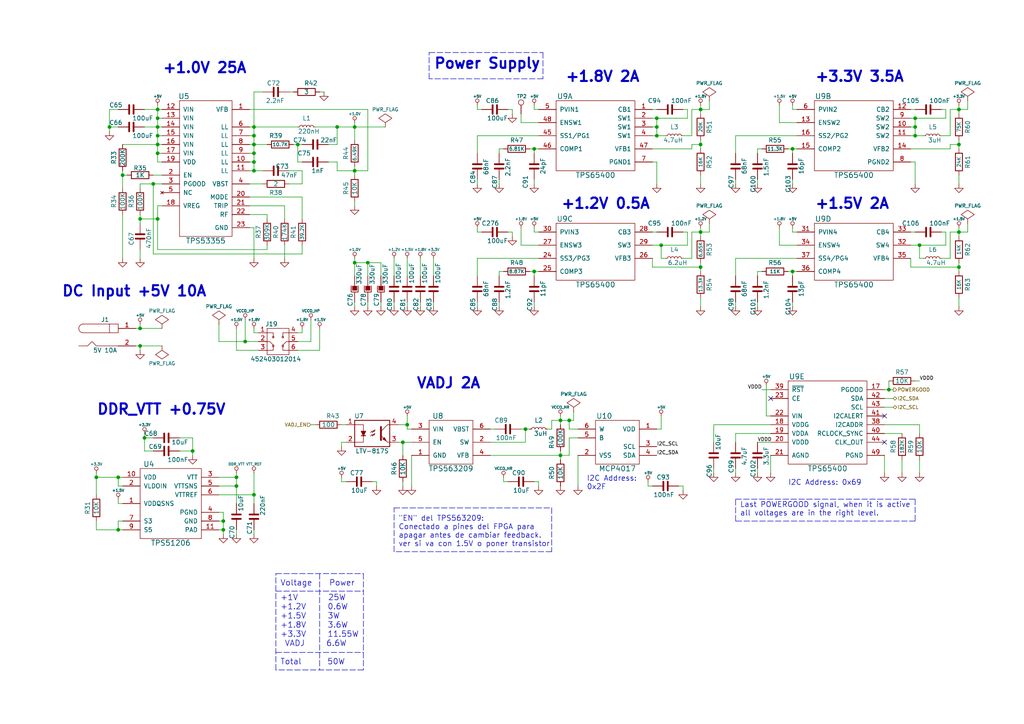
<source format=kicad_sch>
(kicad_sch (version 20231120) (generator "eeschema") (generator_version "8.0")
  (paper "A4")
  (title_block (title "CIAA-ACC Power supply") (date "2019-08-28") (rev "V1.4") (company "COMPUTADORA INDUSTRIAL ABIERTA ARGENTINA. CIAA-ACC (HPC)") (comment 1 "Authors: See 'doc/CHANGES.txt' file.      License: See 'doc/LICENCIA_CIAA_ACC.txt' file."))
  (junction (at 278.13 31.75))
  (junction (at 73.66 41.91))
  (junction (at 165.1 121.92))
  (junction (at 73.66 44.45))
  (junction (at 31.75 36.83))
  (junction (at 68.58 138.43))
  (junction (at 154.94 43.18))
  (junction (at 190.5 39.37))
  (junction (at 265.43 39.37))
  (junction (at 45.72 34.29))
  (junction (at 64.77 151.13))
  (junction (at 152.4 124.46))
  (junction (at 40.64 100.33))
  (junction (at 97.79 36.83))
  (junction (at 102.87 36.83))
  (junction (at 116.84 128.27))
  (junction (at 45.72 63.5))
  (junction (at 154.94 78.74))
  (junction (at 102.87 49.53))
  (junction (at 41.91 127))
  (junction (at 203.2 67.31))
  (junction (at 162.56 121.92))
  (junction (at 73.66 39.37))
  (junction (at 55.88 130.81))
  (junction (at 162.56 132.08))
  (junction (at 203.2 41.91))
  (junction (at 278.13 67.31))
  (junction (at 45.72 31.75))
  (junction (at 73.66 49.53))
  (junction (at 73.66 36.83))
  (junction (at 45.72 36.83))
  (junction (at 45.72 39.37))
  (junction (at 64.77 153.67))
  (junction (at 265.43 34.29))
  (junction (at 265.43 36.83))
  (junction (at 190.5 34.29))
  (junction (at 34.29 153.67))
  (junction (at 203.2 31.75))
  (junction (at 27.94 138.43))
  (junction (at 118.11 123.19))
  (junction (at 45.72 44.45))
  (junction (at 278.13 77.47))
  (junction (at 102.87 76.2))
  (junction (at 40.64 95.25))
  (junction (at 203.2 77.47))
  (junction (at 190.5 36.83))
  (junction (at 73.66 143.51))
  (junction (at 73.66 46.99))
  (junction (at 106.68 76.2))
  (junction (at 229.87 78.74))
  (junction (at 34.29 138.43))
  (junction (at 44.45 53.34))
  (junction (at 40.64 63.5))
  (junction (at 86.36 41.91))
  (junction (at 278.13 41.91))
  (junction (at 68.58 140.97))
  (junction (at 229.87 43.18))
  (junction (at 191.77 71.12))
  (junction (at 266.7 71.12))
  (junction (at 71.12 99.06))
  (junction (at 257.81 113.03))
  (junction (at 35.56 50.8))
  (junction (at 45.72 41.91))
  (no_connect (at 256.54 120.65))
  (no_connect (at 223.52 115.57))
  (no_connect (at 256.54 128.27))
  (wire (pts (xy 256.54 125.73) (xy 261.62 125.73)))
  (wire (pts (xy 138.43 53.34) (xy 138.43 52.07)))
  (wire (pts (xy 154.94 67.31) (xy 154.94 66.04)))
  (wire (pts (xy 275.59 67.31) (xy 278.13 67.31)))
  (wire (pts (xy 45.72 39.37) (xy 45.72 41.91)))
  (wire (pts (xy 77.47 62.23) (xy 77.47 63.5)))
  (wire (pts (xy 144.78 53.34) (xy 144.78 52.07)))
  (wire (pts (xy 275.59 39.37) (xy 273.05 39.37)))
  (wire (pts (xy 162.56 120.65) (xy 162.56 121.92)))
  (wire (pts (xy 87.63 95.25) (xy 87.63 96.52)))
  (wire (pts (xy 102.87 48.26) (xy 102.87 49.53)))
  (wire (pts (xy 95.25 41.91) (xy 97.79 41.91)))
  (wire (pts (xy 63.5 138.43) (xy 68.58 138.43)))
  (wire (pts (xy 44.45 127) (xy 41.91 127)))
  (wire (pts (xy 203.2 67.31) (xy 203.2 68.58)))
  (wire (pts (xy 72.39 49.53) (xy 73.66 49.53)))
  (wire (pts (xy 280.67 31.75) (xy 280.67 29.21)))
  (wire (pts (xy 85.09 41.91) (xy 86.36 41.91)))
  (wire (pts (xy 264.16 36.83) (xy 265.43 36.83)))
  (wire (pts (xy 97.79 41.91) (xy 97.79 36.83)))
  (polyline (pts (xy 157.48 15.24) (xy 157.48 22.86)) (stroke (width 0) (type dash)))
  (wire (pts (xy 265.43 46.99) (xy 265.43 53.34)))
  (wire (pts (xy 45.72 41.91) (xy 45.72 44.45)))
  (wire (pts (xy 27.94 137.16) (xy 27.94 138.43)))
  (polyline (pts (xy 114.3 160.02) (xy 114.3 147.32)) (stroke (width 0) (type dash)))
  (wire (pts (xy 41.91 31.75) (xy 45.72 31.75)))
  (wire (pts (xy 39.37 95.25) (xy 40.64 95.25)))
  (wire (pts (xy 189.23 43.18) (xy 200.66 43.18)))
  (wire (pts (xy 52.07 130.81) (xy 55.88 130.81)))
  (wire (pts (xy 34.29 36.83) (xy 31.75 36.83)))
  (wire (pts (xy 142.24 132.08) (xy 162.56 132.08)))
  (wire (pts (xy 109.22 140.97) (xy 109.22 139.7)))
  (wire (pts (xy 148.59 31.75) (xy 147.32 31.75)))
  (wire (pts (xy 266.7 74.93) (xy 267.97 74.93)))
  (wire (pts (xy 189.23 77.47) (xy 203.2 77.47)))
  (wire (pts (xy 87.63 53.34) (xy 83.82 53.34)))
  (wire (pts (xy 45.72 46.99) (xy 46.99 46.99)))
  (wire (pts (xy 40.64 100.33) (xy 46.99 100.33)))
  (wire (pts (xy 203.2 67.31) (xy 205.74 67.31)))
  (wire (pts (xy 213.36 125.73) (xy 213.36 128.27)))
  (wire (pts (xy 200.66 31.75) (xy 200.66 39.37)))
  (wire (pts (xy 125.73 88.9) (xy 125.73 87.63)))
  (wire (pts (xy 72.39 57.15) (xy 87.63 57.15)))
  (wire (pts (xy 151.13 35.56) (xy 156.21 35.56)))
  (polyline (pts (xy 213.36 144.78) (xy 265.43 144.78)) (stroke (width 0) (type dash)))
  (wire (pts (xy 31.75 31.75) (xy 31.75 36.83)))
  (wire (pts (xy 148.59 67.31) (xy 147.32 67.31)))
  (wire (pts (xy 73.66 41.91) (xy 77.47 41.91)))
  (wire (pts (xy 68.58 154.94) (xy 68.58 153.67)))
  (wire (pts (xy 73.66 137.16) (xy 73.66 143.51)))
  (wire (pts (xy 203.2 40.64) (xy 203.2 41.91)))
  (wire (pts (xy 102.87 88.9) (xy 102.87 87.63)))
  (wire (pts (xy 190.5 67.31) (xy 189.23 67.31)))
  (wire (pts (xy 191.77 124.46) (xy 190.5 124.46)))
  (wire (pts (xy 86.36 41.91) (xy 86.36 46.99)))
  (wire (pts (xy 45.72 63.5) (xy 45.72 72.39)))
  (wire (pts (xy 160.02 124.46) (xy 160.02 121.92)))
  (wire (pts (xy 40.64 95.25) (xy 46.99 95.25)))
  (wire (pts (xy 115.57 123.19) (xy 118.11 123.19)))
  (wire (pts (xy 44.45 50.8) (xy 46.99 50.8)))
  (wire (pts (xy 213.36 53.34) (xy 213.36 52.07)))
  (wire (pts (xy 226.06 71.12) (xy 231.14 71.12)))
  (wire (pts (xy 200.66 43.18) (xy 200.66 41.91)))
  (wire (pts (xy 68.58 140.97) (xy 63.5 140.97)))
  (wire (pts (xy 199.39 67.31) (xy 198.12 67.31)))
  (wire (pts (xy 45.72 59.69) (xy 46.99 59.69)))
  (wire (pts (xy 274.32 31.75) (xy 274.32 34.29)))
  (wire (pts (xy 153.67 78.74) (xy 154.94 78.74)))
  (wire (pts (xy 213.36 88.9) (xy 213.36 87.63)))
  (polyline (pts (xy 124.46 15.24) (xy 157.48 15.24)) (stroke (width 0) (type dash)))
  (wire (pts (xy 118.11 124.46) (xy 119.38 124.46)))
  (wire (pts (xy 264.16 43.18) (xy 275.59 43.18)))
  (wire (pts (xy 138.43 88.9) (xy 138.43 87.63)))
  (wire (pts (xy 165.1 121.92) (xy 165.1 124.46)))
  (wire (pts (xy 35.56 74.93) (xy 35.56 62.23)))
  (wire (pts (xy 87.63 49.53) (xy 87.63 53.34)))
  (wire (pts (xy 73.66 44.45) (xy 73.66 46.99)))
  (wire (pts (xy 199.39 31.75) (xy 199.39 34.29)))
  (wire (pts (xy 63.5 143.51) (xy 73.66 143.51)))
  (wire (pts (xy 198.12 142.24) (xy 198.12 140.97)))
  (wire (pts (xy 156.21 39.37) (xy 138.43 39.37)))
  (wire (pts (xy 165.1 132.08) (xy 165.1 127)))
  (wire (pts (xy 256.54 115.57) (xy 259.08 115.57)))
  (wire (pts (xy 229.87 80.01) (xy 229.87 78.74)))
  (wire (pts (xy 35.56 41.91) (xy 45.72 41.91)))
  (wire (pts (xy 275.59 31.75) (xy 275.59 39.37)))
  (wire (pts (xy 64.77 153.67) (xy 64.77 154.94)))
  (wire (pts (xy 40.64 53.34) (xy 44.45 53.34)))
  (wire (pts (xy 97.79 36.83) (xy 102.87 36.83)))
  (polyline (pts (xy 114.3 147.32) (xy 160.02 147.32)) (stroke (width 0) (type dash)))
  (wire (pts (xy 97.79 46.99) (xy 97.79 49.53)))
  (wire (pts (xy 151.13 124.46) (xy 152.4 124.46)))
  (wire (pts (xy 265.43 36.83) (xy 265.43 39.37)))
  (wire (pts (xy 46.99 44.45) (xy 45.72 44.45)))
  (wire (pts (xy 189.23 46.99) (xy 190.5 46.99)))
  (wire (pts (xy 146.05 139.7) (xy 146.05 138.43)))
  (wire (pts (xy 72.39 39.37) (xy 73.66 39.37)))
  (wire (pts (xy 41.91 127) (xy 41.91 130.81)))
  (wire (pts (xy 190.5 39.37) (xy 193.04 39.37)))
  (wire (pts (xy 73.66 36.83) (xy 86.36 36.83)))
  (wire (pts (xy 34.29 151.13) (xy 34.29 153.67)))
  (wire (pts (xy 264.16 46.99) (xy 265.43 46.99)))
  (wire (pts (xy 190.5 36.83) (xy 190.5 39.37)))
  (wire (pts (xy 207.01 135.89) (xy 207.01 137.16)))
  (wire (pts (xy 73.66 154.94) (xy 73.66 153.67)))
  (wire (pts (xy 97.79 49.53) (xy 102.87 49.53)))
  (wire (pts (xy 40.64 63.5) (xy 40.64 64.77)))
  (wire (pts (xy 266.7 71.12) (xy 266.7 74.93)))
  (wire (pts (xy 229.87 67.31) (xy 229.87 66.04)))
  (wire (pts (xy 86.36 41.91) (xy 87.63 41.91)))
  (wire (pts (xy 63.5 99.06) (xy 71.12 99.06)))
  (wire (pts (xy 274.32 67.31) (xy 273.05 67.31)))
  (wire (pts (xy 265.43 31.75) (xy 264.16 31.75)))
  (wire (pts (xy 257.81 113.03) (xy 257.81 110.49)))
  (wire (pts (xy 219.71 78.74) (xy 219.71 80.01)))
  (wire (pts (xy 274.32 34.29) (xy 265.43 34.29)))
  (wire (pts (xy 139.7 31.75) (xy 138.43 31.75)))
  (wire (pts (xy 275.59 67.31) (xy 275.59 74.93)))
  (wire (pts (xy 154.94 78.74) (xy 156.21 78.74)))
  (wire (pts (xy 35.56 50.8) (xy 36.83 50.8)))
  (wire (pts (xy 72.39 53.34) (xy 76.2 53.34)))
  (polyline (pts (xy 92.71 166.37) (xy 92.71 194.31)) (stroke (width 0) (type dash)))
  (wire (pts (xy 121.92 88.9) (xy 121.92 87.63)))
  (wire (pts (xy 191.77 120.65) (xy 191.77 124.46)))
  (wire (pts (xy 106.68 31.75) (xy 106.68 49.53)))
  (wire (pts (xy 95.25 46.99) (xy 97.79 46.99)))
  (wire (pts (xy 162.56 132.08) (xy 162.56 133.35)))
  (wire (pts (xy 73.66 26.67) (xy 76.2 26.67)))
  (wire (pts (xy 154.94 43.18) (xy 156.21 43.18)))
  (wire (pts (xy 191.77 74.93) (xy 193.04 74.93)))
  (wire (pts (xy 99.06 128.27) (xy 100.33 128.27)))
  (wire (pts (xy 106.68 80.01) (xy 106.68 76.2)))
  (wire (pts (xy 102.87 36.83) (xy 102.87 40.64)))
  (wire (pts (xy 160.02 121.92) (xy 162.56 121.92)))
  (wire (pts (xy 100.33 139.7) (xy 99.06 139.7)))
  (wire (pts (xy 219.71 135.89) (xy 219.71 137.16)))
  (polyline (pts (xy 80.01 189.23) (xy 105.41 189.23)) (stroke (width 0) (type dash)))
  (polyline (pts (xy 160.02 160.02) (xy 114.3 160.02)) (stroke (width 0) (type dash)))
  (wire (pts (xy 205.74 31.75) (xy 205.74 29.21)))
  (wire (pts (xy 207.01 123.19) (xy 223.52 123.19)))
  (wire (pts (xy 200.66 39.37) (xy 198.12 39.37)))
  (wire (pts (xy 73.66 41.91) (xy 73.66 44.45)))
  (wire (pts (xy 278.13 76.2) (xy 278.13 77.47)))
  (wire (pts (xy 64.77 151.13) (xy 64.77 153.67)))
  (wire (pts (xy 162.56 132.08) (xy 165.1 132.08)))
  (wire (pts (xy 121.92 74.93) (xy 121.92 80.01)))
  (wire (pts (xy 156.21 140.97) (xy 156.21 139.7)))
  (wire (pts (xy 264.16 39.37) (xy 265.43 39.37)))
  (wire (pts (xy 203.2 76.2) (xy 203.2 77.47)))
  (wire (pts (xy 203.2 31.75) (xy 203.2 33.02)))
  (wire (pts (xy 83.82 49.53) (xy 87.63 49.53)))
  (wire (pts (xy 71.12 99.06) (xy 74.93 99.06)))
  (wire (pts (xy 278.13 53.34) (xy 278.13 50.8)))
  (wire (pts (xy 165.1 127) (xy 167.64 127)))
  (polyline (pts (xy 105.41 194.31) (xy 80.01 194.31)) (stroke (width 0) (type dash)))
  (wire (pts (xy 146.05 43.18) (xy 144.78 43.18)))
  (wire (pts (xy 102.87 76.2) (xy 102.87 80.01)))
  (wire (pts (xy 90.17 99.06) (xy 86.36 99.06)))
  (wire (pts (xy 114.3 88.9) (xy 114.3 87.63)))
  (wire (pts (xy 102.87 49.53) (xy 102.87 50.8)))
  (wire (pts (xy 40.64 100.33) (xy 40.64 101.6)))
  (polyline (pts (xy 157.48 22.86) (xy 124.46 22.86)) (stroke (width 0) (type dash)))
  (wire (pts (xy 213.36 74.93) (xy 213.36 80.01)))
  (wire (pts (xy 226.06 66.04) (xy 226.06 71.12)))
  (wire (pts (xy 77.47 72.39) (xy 45.72 72.39)))
  (wire (pts (xy 203.2 53.34) (xy 203.2 50.8)))
  (wire (pts (xy 280.67 67.31) (xy 280.67 64.77)))
  (wire (pts (xy 256.54 137.16) (xy 256.54 132.08)))
  (wire (pts (xy 223.52 137.16) (xy 223.52 132.08)))
  (wire (pts (xy 87.63 73.66) (xy 44.45 73.66)))
  (wire (pts (xy 55.88 127) (xy 55.88 130.81)))
  (wire (pts (xy 219.71 128.27) (xy 223.52 128.27)))
  (wire (pts (xy 45.72 59.69) (xy 45.72 63.5)))
  (wire (pts (xy 68.58 138.43) (xy 68.58 140.97)))
  (wire (pts (xy 44.45 53.34) (xy 46.99 53.34)))
  (wire (pts (xy 265.43 39.37) (xy 267.97 39.37)))
  (wire (pts (xy 91.44 123.19) (xy 90.17 123.19)))
  (wire (pts (xy 72.39 44.45) (xy 73.66 44.45)))
  (wire (pts (xy 154.94 53.34) (xy 154.94 52.07)))
  (wire (pts (xy 118.11 123.19) (xy 118.11 124.46)))
  (wire (pts (xy 144.78 88.9) (xy 144.78 87.63)))
  (wire (pts (xy 86.36 46.99) (xy 87.63 46.99)))
  (wire (pts (xy 152.4 124.46) (xy 153.67 124.46)))
  (wire (pts (xy 200.66 67.31) (xy 200.66 74.93)))
  (wire (pts (xy 148.59 68.58) (xy 148.59 67.31)))
  (wire (pts (xy 219.71 88.9) (xy 219.71 87.63)))
  (wire (pts (xy 118.11 88.9) (xy 118.11 87.63)))
  (wire (pts (xy 274.32 71.12) (xy 274.32 67.31)))
  (wire (pts (xy 35.56 151.13) (xy 34.29 151.13)))
  (wire (pts (xy 41.91 125.73) (xy 41.91 127)))
  (polyline (pts (xy 213.36 151.13) (xy 213.36 144.78)) (stroke (width 0) (type dash)))
  (wire (pts (xy 144.78 78.74) (xy 144.78 80.01)))
  (wire (pts (xy 229.87 53.34) (xy 229.87 52.07)))
  (wire (pts (xy 156.21 31.75) (xy 154.94 31.75)))
  (wire (pts (xy 45.72 36.83) (xy 46.99 36.83)))
  (wire (pts (xy 100.33 123.19) (xy 99.06 123.19)))
  (wire (pts (xy 231.14 67.31) (xy 229.87 67.31)))
  (wire (pts (xy 102.87 36.83) (xy 111.76 36.83)))
  (wire (pts (xy 203.2 41.91) (xy 203.2 43.18)))
  (wire (pts (xy 220.98 113.03) (xy 223.52 113.03)))
  (wire (pts (xy 77.47 71.12) (xy 77.47 72.39)))
  (wire (pts (xy 41.91 36.83) (xy 45.72 36.83)))
  (wire (pts (xy 35.56 49.53) (xy 35.56 50.8)))
  (wire (pts (xy 156.21 74.93) (xy 138.43 74.93)))
  (wire (pts (xy 266.7 137.16) (xy 266.7 133.35)))
  (wire (pts (xy 72.39 62.23) (xy 77.47 62.23)))
  (wire (pts (xy 102.87 35.56) (xy 102.87 36.83)))
  (wire (pts (xy 158.75 124.46) (xy 160.02 124.46)))
  (wire (pts (xy 199.39 34.29) (xy 190.5 34.29)))
  (wire (pts (xy 219.71 43.18) (xy 219.71 44.45)))
  (wire (pts (xy 151.13 71.12) (xy 156.21 71.12)))
  (wire (pts (xy 189.23 74.93) (xy 189.23 77.47)))
  (wire (pts (xy 45.72 31.75) (xy 45.72 34.29)))
  (wire (pts (xy 275.59 41.91) (xy 278.13 41.91)))
  (wire (pts (xy 99.06 139.7) (xy 99.06 138.43)))
  (wire (pts (xy 63.5 93.98) (xy 63.5 99.06)))
  (wire (pts (xy 102.87 74.93) (xy 102.87 76.2)))
  (wire (pts (xy 203.2 31.75) (xy 205.74 31.75)))
  (wire (pts (xy 73.66 39.37) (xy 73.66 41.91)))
  (wire (pts (xy 93.98 26.67) (xy 92.71 26.67)))
  (wire (pts (xy 152.4 128.27) (xy 142.24 128.27)))
  (wire (pts (xy 72.39 31.75) (xy 106.68 31.75)))
  (wire (pts (xy 190.5 34.29) (xy 190.5 36.83)))
  (wire (pts (xy 203.2 88.9) (xy 203.2 86.36)))
  (wire (pts (xy 190.5 46.99) (xy 190.5 53.34)))
  (wire (pts (xy 55.88 127) (xy 52.07 127)))
  (wire (pts (xy 198.12 140.97) (xy 196.85 140.97)))
  (wire (pts (xy 154.94 88.9) (xy 154.94 87.63)))
  (wire (pts (xy 162.56 121.92) (xy 162.56 123.19)))
  (wire (pts (xy 68.58 101.6) (xy 74.93 101.6)))
  (wire (pts (xy 87.63 96.52) (xy 86.36 96.52)))
  (wire (pts (xy 34.29 31.75) (xy 31.75 31.75)))
  (wire (pts (xy 156.21 139.7) (xy 154.94 139.7)))
  (wire (pts (xy 72.39 59.69) (xy 82.55 59.69)))
  (wire (pts (xy 116.84 140.97) (xy 116.84 139.7)))
  (wire (pts (xy 189.23 140.97) (xy 187.96 140.97)))
  (wire (pts (xy 229.87 31.75) (xy 229.87 30.48)))
  (wire (pts (xy 116.84 132.08) (xy 116.84 128.27)))
  (wire (pts (xy 162.56 121.92) (xy 165.1 121.92)))
  (wire (pts (xy 152.4 124.46) (xy 152.4 128.27)))
  (wire (pts (xy 99.06 129.54) (xy 99.06 128.27)))
  (wire (pts (xy 34.29 153.67) (xy 35.56 153.67)))
  (wire (pts (xy 82.55 59.69) (xy 82.55 63.5)))
  (wire (pts (xy 45.72 31.75) (xy 46.99 31.75)))
  (wire (pts (xy 257.81 113.03) (xy 259.08 113.03)))
  (wire (pts (xy 198.12 31.75) (xy 199.39 31.75)))
  (wire (pts (xy 213.36 39.37) (xy 213.36 44.45)))
  (wire (pts (xy 261.62 137.16) (xy 261.62 133.35)))
  (wire (pts (xy 213.36 135.89) (xy 213.36 137.16)))
  (wire (pts (xy 200.66 74.93) (xy 198.12 74.93)))
  (wire (pts (xy 116.84 128.27) (xy 115.57 128.27)))
  (wire (pts (xy 220.98 78.74) (xy 219.71 78.74)))
  (wire (pts (xy 40.64 95.25) (xy 40.64 93.98)))
  (wire (pts (xy 228.6 43.18) (xy 229.87 43.18)))
  (polyline (pts (xy 80.01 166.37) (xy 105.41 166.37)) (stroke (width 0) (type dash)))
  (wire (pts (xy 256.54 123.19) (xy 266.7 123.19)))
  (wire (pts (xy 190.5 34.29) (xy 189.23 34.29)))
  (polyline (pts (xy 105.41 166.37) (xy 105.41 194.31)) (stroke (width 0) (type dash)))
  (wire (pts (xy 109.22 139.7) (xy 107.95 139.7)))
  (wire (pts (xy 138.43 31.75) (xy 138.43 30.48)))
  (wire (pts (xy 278.13 31.75) (xy 278.13 33.02)))
  (wire (pts (xy 203.2 66.04) (xy 203.2 67.31)))
  (wire (pts (xy 278.13 40.64) (xy 278.13 41.91)))
  (wire (pts (xy 223.52 120.65) (xy 222.25 120.65)))
  (wire (pts (xy 91.44 36.83) (xy 97.79 36.83)))
  (wire (pts (xy 220.98 43.18) (xy 219.71 43.18)))
  (wire (pts (xy 41.91 130.81) (xy 44.45 130.81)))
  (wire (pts (xy 106.68 88.9) (xy 106.68 87.63)))
  (wire (pts (xy 45.72 44.45) (xy 45.72 46.99)))
  (wire (pts (xy 73.66 66.04) (xy 73.66 74.93)))
  (wire (pts (xy 27.94 151.13) (xy 27.94 153.67)))
  (wire (pts (xy 138.43 67.31) (xy 138.43 66.04)))
  (wire (pts (xy 92.71 101.6) (xy 86.36 101.6)))
  (wire (pts (xy 231.14 31.75) (xy 229.87 31.75)))
  (wire (pts (xy 40.64 54.61) (xy 40.64 53.34)))
  (wire (pts (xy 72.39 66.04) (xy 73.66 66.04)))
  (wire (pts (xy 278.13 31.75) (xy 280.67 31.75)))
  (wire (pts (xy 34.29 140.97) (xy 34.29 138.43)))
  (wire (pts (xy 85.09 26.67) (xy 83.82 26.67)))
  (wire (pts (xy 82.55 71.12) (xy 82.55 74.93)))
  (wire (pts (xy 148.59 33.02) (xy 148.59 31.75)))
  (wire (pts (xy 87.63 71.12) (xy 87.63 73.66)))
  (wire (pts (xy 154.94 44.45) (xy 154.94 43.18)))
  (wire (pts (xy 45.72 41.91) (xy 46.99 41.91)))
  (wire (pts (xy 73.66 49.53) (xy 76.2 49.53)))
  (wire (pts (xy 71.12 92.71) (xy 71.12 99.06)))
  (wire (pts (xy 138.43 74.93) (xy 138.43 80.01)))
  (polyline (pts (xy 160.02 147.32) (xy 160.02 160.02)) (stroke (width 0) (type dash)))
  (wire (pts (xy 278.13 88.9) (xy 278.13 86.36)))
  (wire (pts (xy 165.1 121.92) (xy 166.37 121.92)))
  (wire (pts (xy 144.78 43.18) (xy 144.78 44.45)))
  (wire (pts (xy 190.5 31.75) (xy 189.23 31.75)))
  (wire (pts (xy 231.14 39.37) (xy 213.36 39.37)))
  (wire (pts (xy 138.43 39.37) (xy 138.43 44.45)))
  (polyline (pts (xy 265.43 151.13) (xy 213.36 151.13)) (stroke (width 0) (type dash)))
  (wire (pts (xy 278.13 41.91) (xy 278.13 43.18)))
  (wire (pts (xy 213.36 125.73) (xy 223.52 125.73)))
  (wire (pts (xy 229.87 78.74) (xy 231.14 78.74)))
  (polyline (pts (xy 265.43 144.78) (xy 265.43 151.13)) (stroke (width 0) (type dash)))
  (wire (pts (xy 92.71 95.25) (xy 92.71 101.6)))
  (wire (pts (xy 106.68 76.2) (xy 110.49 76.2)))
  (wire (pts (xy 259.08 118.11) (xy 256.54 118.11)))
  (wire (pts (xy 146.05 78.74) (xy 144.78 78.74)))
  (wire (pts (xy 68.58 137.16) (xy 68.58 138.43)))
  (wire (pts (xy 151.13 66.04) (xy 151.13 71.12)))
  (wire (pts (xy 265.43 67.31) (xy 264.16 67.31)))
  (wire (pts (xy 205.74 67.31) (xy 205.74 64.77)))
  (wire (pts (xy 72.39 46.99) (xy 73.66 46.99)))
  (wire (pts (xy 73.66 36.83) (xy 73.66 39.37)))
  (wire (pts (xy 275.59 74.93) (xy 273.05 74.93)))
  (wire (pts (xy 73.66 95.25) (xy 73.66 96.52)))
  (wire (pts (xy 31.75 36.83) (xy 31.75 38.1)))
  (wire (pts (xy 187.96 140.97) (xy 187.96 139.7)))
  (wire (pts (xy 27.94 138.43) (xy 34.29 138.43)))
  (wire (pts (xy 275.59 43.18) (xy 275.59 41.91)))
  (wire (pts (xy 119.38 140.97) (xy 119.38 132.08)))
  (wire (pts (xy 27.94 138.43) (xy 27.94 143.51)))
  (wire (pts (xy 207.01 123.19) (xy 207.01 128.27)))
  (wire (pts (xy 273.05 31.75) (xy 274.32 31.75)))
  (wire (pts (xy 199.39 71.12) (xy 199.39 67.31)))
  (wire (pts (xy 35.56 146.05) (xy 34.29 146.05)))
  (wire (pts (xy 200.66 67.31) (xy 203.2 67.31)))
  (wire (pts (xy 118.11 74.93) (xy 118.11 80.01)))
  (wire (pts (xy 87.63 57.15) (xy 87.63 63.5)))
  (wire (pts (xy 40.64 72.39) (xy 40.64 74.93)))
  (wire (pts (xy 229.87 43.18) (xy 231.14 43.18)))
  (wire (pts (xy 102.87 58.42) (xy 102.87 59.69)))
  (wire (pts (xy 189.23 71.12) (xy 191.77 71.12)))
  (wire (pts (xy 64.77 148.59) (xy 63.5 148.59)))
  (wire (pts (xy 228.6 78.74) (xy 229.87 78.74)))
  (wire (pts (xy 191.77 71.12) (xy 199.39 71.12)))
  (wire (pts (xy 73.66 46.99) (xy 73.66 49.53)))
  (wire (pts (xy 90.17 92.71) (xy 90.17 99.06)))
  (wire (pts (xy 40.64 62.23) (xy 40.64 63.5)))
  (wire (pts (xy 34.29 138.43) (xy 35.56 138.43)))
  (wire (pts (xy 278.13 77.47) (xy 278.13 78.74)))
  (wire (pts (xy 125.73 74.93) (xy 125.73 80.01)))
  (wire (pts (xy 256.54 113.03) (xy 257.81 113.03)))
  (wire (pts (xy 35.56 140.97) (xy 34.29 140.97)))
  (wire (pts (xy 275.59 31.75) (xy 278.13 31.75)))
  (wire (pts (xy 156.21 67.31) (xy 154.94 67.31)))
  (wire (pts (xy 27.94 153.67) (xy 34.29 153.67)))
  (wire (pts (xy 68.58 140.97) (xy 68.58 146.05)))
  (wire (pts (xy 265.43 34.29) (xy 264.16 34.29)))
  (wire (pts (xy 72.39 41.91) (xy 73.66 41.91)))
  (wire (pts (xy 278.13 67.31) (xy 280.67 67.31)))
  (wire (pts (xy 165.1 124.46) (xy 167.64 124.46)))
  (wire (pts (xy 147.32 139.7) (xy 146.05 139.7)))
  (wire (pts (xy 231.14 74.93) (xy 213.36 74.93)))
  (wire (pts (xy 226.06 35.56) (xy 231.14 35.56)))
  (wire (pts (xy 46.99 39.37) (xy 45.72 39.37)))
  (wire (pts (xy 63.5 151.13) (xy 64.77 151.13)))
  (wire (pts (xy 229.87 88.9) (xy 229.87 87.63)))
  (wire (pts (xy 265.43 34.29) (xy 265.43 36.83)))
  (wire (pts (xy 139.7 67.31) (xy 138.43 67.31)))
  (wire (pts (xy 264.16 71.12) (xy 266.7 71.12)))
  (wire (pts (xy 200.66 41.91) (xy 203.2 41.91)))
  (wire (pts (xy 154.94 31.75) (xy 154.94 30.48)))
  (wire (pts (xy 154.94 80.01) (xy 154.94 78.74)))
  (wire (pts (xy 45.72 30.48) (xy 45.72 31.75)))
  (wire (pts (xy 46.99 34.29) (xy 45.72 34.29)))
  (wire (pts (xy 114.3 74.93) (xy 114.3 80.01)))
  (wire (pts (xy 45.72 34.29) (xy 45.72 36.83)))
  (wire (pts (xy 219.71 53.34) (xy 219.71 52.07)))
  (wire (pts (xy 203.2 77.47) (xy 203.2 78.74)))
  (polyline (pts (xy 80.01 171.45) (xy 105.41 171.45)) (stroke (width 0) (type dash)))
  (wire (pts (xy 226.06 30.48) (xy 226.06 35.56)))
  (wire (pts (xy 73.66 143.51) (xy 73.66 146.05)))
  (wire (pts (xy 55.88 130.81) (xy 55.88 132.08)))
  (wire (pts (xy 118.11 120.65) (xy 118.11 123.19)))
  (wire (pts (xy 151.13 33.02) (xy 151.13 35.56)))
  (wire (pts (xy 44.45 73.66) (xy 44.45 53.34)))
  (wire (pts (xy 278.13 30.48) (xy 278.13 31.75)))
  (wire (pts (xy 110.49 76.2) (xy 110.49 80.01)))
  (wire (pts (xy 191.77 71.12) (xy 191.77 74.93)))
  (wire (pts (xy 143.51 124.46) (xy 142.24 124.46)))
  (wire (pts (xy 166.37 121.92) (xy 166.37 119.38)))
  (wire (pts (xy 110.49 88.9) (xy 110.49 87.63)))
  (wire (pts (xy 266.7 123.19) (xy 266.7 125.73)))
  (wire (pts (xy 45.72 36.83) (xy 45.72 39.37)))
  (wire (pts (xy 64.77 148.59) (xy 64.77 151.13)))
  (wire (pts (xy 189.23 39.37) (xy 190.5 39.37)))
  (wire (pts (xy 63.5 153.67) (xy 64.77 153.67)))
  (wire (pts (xy 200.66 31.75) (xy 203.2 31.75)))
  (wire (pts (xy 264.16 77.47) (xy 278.13 77.47)))
  (wire (pts (xy 34.29 146.05) (xy 34.29 144.78)))
  (polyline (pts (xy 80.01 194.31) (xy 80.01 166.37)) (stroke (width 0) (type dash)))
  (wire (pts (xy 73.66 26.67) (xy 73.66 36.83)))
  (wire (pts (xy 72.39 36.83) (xy 73.66 36.83)))
  (wire (pts (xy 278.13 66.04) (xy 278.13 67.31)))
  (wire (pts (xy 102.87 49.53) (xy 106.68 49.53)))
  (wire (pts (xy 39.37 100.33) (xy 40.64 100.33)))
  (wire (pts (xy 153.67 43.18) (xy 154.94 43.18)))
  (wire (pts (xy 278.13 67.31) (xy 278.13 68.58)))
  (wire (pts (xy 266.7 110.49) (xy 265.43 110.49)))
  (wire (pts (xy 266.7 71.12) (xy 274.32 71.12)))
  (wire (pts (xy 40.64 63.5) (xy 45.72 63.5)))
  (wire (pts (xy 229.87 44.45) (xy 229.87 43.18)))
  (wire (pts (xy 264.16 74.93) (xy 264.16 77.47)))
  (wire (pts (xy 222.25 120.65) (xy 222.25 111.76)))
  (wire (pts (xy 102.87 76.2) (xy 106.68 76.2)))
  (wire (pts (xy 119.38 128.27) (xy 116.84 128.27)))
  (wire (pts (xy 162.56 130.81) (xy 162.56 132.08)))
  (wire (pts (xy 203.2 30.48) (xy 203.2 31.75)))
  (wire (pts (xy 35.56 50.8) (xy 35.56 54.61)))
  (polyline (pts (xy 124.46 22.86) (xy 124.46 15.24)) (stroke (width 0) (type dash)))
  (wire (pts (xy 189.23 36.83) (xy 190.5 36.83)))
  (wire (pts (xy 68.58 95.25) (xy 68.58 101.6)))
  (wire (pts (xy 73.66 96.52) (xy 74.93 96.52)))
  (wire (pts (xy 167.64 140.97) (xy 167.64 132.08)))
  (text "Power Supply" (at 125.73 20.32 0) (effects (font (size 2.9972 2.9972) (thickness 0.5994) (bold yes)) (justify left bottom)))
  (text "I2C Address:\n0x2F" (at 170.18 142.24 0) (effects (font (size 1.524 1.524)) (justify left bottom)))
  (text "VADJ 2A" (at 120.65 113.03 0) (effects (font (size 2.9972 2.9972) (thickness 0.5994) (bold yes)) (justify left bottom)))
  (text "DDR_VTT +0.75V" (at 27.94 120.65 0) (effects (font (size 2.9972 2.9972) (thickness 0.5994) (bold yes)) (justify left bottom)))
  (text "+1.5V 2A " (at 236.22 60.96 0) (effects (font (size 2.9972 2.9972) (thickness 0.5994) (bold yes)) (justify left bottom)))
  (text "Last POWERGOOD signal, when it is active \nall voltages are in the right level.\n" (at 214.63 149.86 0) (effects (font (size 1.524 1.524)) (justify left bottom)))
  (text "Voltage    Power" (at 81.28 170.18 0) (effects (font (size 1.651 1.651)) (justify left bottom)))
  (text "+1.2V 0.5A " (at 162.56 60.96 0) (effects (font (size 2.9972 2.9972) (thickness 0.5994) (bold yes)) (justify left bottom)))
  (text "I2C Address: 0x69" (at 228.6 140.97 0) (effects (font (size 1.524 1.524)) (justify left bottom)))
  (text "\n+1V       25W\n+1.2V     0.6W\n+1.5V     3W  \n+1.8V     3.6W\n+3.3V     11.55W\n VADJ     6.6W\n\nTotal      50W" (at 81.28 193.04 0) (effects (font (size 1.651 1.651)) (justify left bottom)))
  (text "\"EN\" del TPS563209:\nConectado a pines del FPGA para\napagar antes de cambiar feedback.\nver si va con 1.5V o poner transistor" (at 115.57 158.75 0) (effects (font (size 1.524 1.524)) (justify left bottom)))
  (text "+1.0V 25A" (at 46.99 21.59 0) (effects (font (size 2.9972 2.9972) (thickness 0.5994) (bold yes)) (justify left bottom)))
  (text "+3.3V 3.5A " (at 236.22 24.13 0) (effects (font (size 2.9972 2.9972) (thickness 0.5994) (bold yes)) (justify left bottom)))
  (text "+1.8V 2A " (at 163.83 24.13 0) (effects (font (size 2.9972 2.9972) (thickness 0.5994) (bold yes)) (justify left bottom)))
  (text "DC Input +5V 10A" (at 17.78 86.36 0) (effects (font (size 2.9972 2.9972) (thickness 0.5994) (bold yes)) (justify left bottom)))
  (label "VDDD" (at 266.7 110.49 0) (effects (font (size 1.016 1.016))))
  (label "I2C_SCL" (at 190.5 129.54 0) (effects (font (size 1.016 1.016))))
  (label "VDDD" (at 219.71 128.27 0) (effects (font (size 1.016 1.016))))
  (label "VDDD" (at 220.98 113.03 180) (effects (font (size 1.016 1.016))))
  (label "I2C_SDA" (at 190.5 132.08 0) (effects (font (size 1.016 1.016))))
  (hierarchical_label "I2C_SDA" (shape bidirectional) (at 259.08 115.57 0) (effects (font (size 1.016 1.016))))
  (hierarchical_label "VADJ_EN" (shape input) (at 90.17 123.19 180) (effects (font (size 1.016 1.016))))
  (hierarchical_label "POWERGOOD" (shape output) (at 259.08 113.03 0) (effects (font (size 1.016 1.016))))
  (hierarchical_label "I2C_SCL" (shape bidirectional) (at 259.08 118.11 0) (effects (font (size 1.016 1.016))))
  (symbol (lib_id "CIAA_ACC:TPS53355") (at 59.69 50.8 0) (unit 1)
    (property "Reference" "U5" (at 53.34 27.94 0) (effects (font (size 1.524 1.524))))
    (property "Value" "TPS53355" (at 59.69 69.85 0) (effects (font (size 1.524 1.524))))
    (property "Footprint" "dfn-qfn:TPS53355" (effects (hide yes)))
    (property "Description" "IC REG BUCK ADJ 30A SYNC 22SON" (effects (hide yes)))
    (property "Manf" "Texas Instruments" (effects (hide yes)))
    (property "Manf#" "TPS53355DQPR" (effects (hide yes)))
    (property "Digikey#" "296-29538-1-ND" (effects (hide yes)))
    (property "Reemplazo" "TPS53355DQPT" (effects (hide yes)))
  )
  (symbol (lib_id "CIAA_ACC:TPS65400") (at 172.72 39.37 0) (unit 1)
    (property "Reference" "U9" (at 163.83 27.94 0) (effects (font (size 1.524 1.524))))
    (property "Value" "TPS65400" (at 172.72 50.8 0) (effects (font (size 1.524 1.524))))
    (property "Footprint" "dfn-qfn:TPS65400" (effects (hide yes)))
    (property "Description" "IC REG BUCK ADJ 4A/2A QD 48VQFN" (effects (hide yes)))
    (property "Manf" "Texas Instruments" (effects (hide yes)))
    (property "Manf#" "TPS65400RGZR" (effects (hide yes)))
    (property "Digikey#" "296-40902-1-ND" (effects (hide yes)))
    (property "Reemplazo" "TPS65400RGZT" (effects (hide yes)))
  )
  (symbol (lib_id "CIAA_ACC:TPS65400") (at 247.65 39.37 0) (unit 2)
    (property "Reference" "U9" (at 238.76 27.94 0) (effects (font (size 1.524 1.524))))
    (property "Value" "TPS65400" (at 247.65 50.8 0) (effects (font (size 1.524 1.524))))
    (property "Footprint" "dfn-qfn:TPS65400" (effects (hide yes)))
    (property "Description" "IC REG BUCK ADJ 4A/2A QD 48VQFN" (effects (hide yes)))
    (property "Manf" "Texas Instruments" (effects (hide yes)))
    (property "Manf#" "TPS65400RGZR" (effects (hide yes)))
    (property "Digikey#" "296-40902-1-ND" (effects (hide yes)))
    (property "Reemplazo" "TPS65400RGZT" (effects (hide yes)))
  )
  (symbol (lib_id "CIAA_ACC:TPS65400") (at 172.72 74.93 0) (unit 3)
    (property "Reference" "U9" (at 163.83 63.5 0) (effects (font (size 1.524 1.524))))
    (property "Value" "TPS65400" (at 172.72 82.55 0) (effects (font (size 1.524 1.524))))
    (property "Footprint" "dfn-qfn:TPS65400" (effects (hide yes)))
    (property "Description" "IC REG BUCK ADJ 4A/2A QD 48VQFN" (effects (hide yes)))
    (property "Manf" "Texas Instruments" (effects (hide yes)))
    (property "Manf#" "TPS65400RGZR" (effects (hide yes)))
    (property "Digikey#" "296-40902-1-ND" (effects (hide yes)))
    (property "Reemplazo" "TPS65400RGZT" (effects (hide yes)))
  )
  (symbol (lib_id "CIAA_ACC:TPS65400") (at 247.65 74.93 0) (unit 4)
    (property "Reference" "U9" (at 238.76 63.5 0) (effects (font (size 1.524 1.524))))
    (property "Value" "TPS65400" (at 247.65 82.55 0) (effects (font (size 1.524 1.524))))
    (property "Footprint" "dfn-qfn:TPS65400" (effects (hide yes)))
    (property "Description" "IC REG BUCK ADJ 4A/2A QD 48VQFN" (effects (hide yes)))
    (property "Manf" "Texas Instruments" (effects (hide yes)))
    (property "Manf#" "TPS65400RGZR" (effects (hide yes)))
    (property "Digikey#" "296-40902-1-ND" (effects (hide yes)))
    (property "Reemplazo" "TPS65400RGZT" (effects (hide yes)))
  )
  (symbol (lib_id "CIAA_ACC:TPS65400") (at 240.03 120.65 0) (unit 5)
    (property "Reference" "U9" (at 231.14 109.22 0) (effects (font (size 1.524 1.524))))
    (property "Value" "TPS65400" (at 240.03 135.89 0) (effects (font (size 1.524 1.524))))
    (property "Footprint" "dfn-qfn:TPS65400" (effects (hide yes)))
    (property "Description" "IC REG BUCK ADJ 4A/2A QD 48VQFN" (effects (hide yes)))
    (property "Manf" "Texas Instruments" (effects (hide yes)))
    (property "Manf#" "TPS65400RGZR" (effects (hide yes)))
    (property "Digikey#" "296-40902-1-ND" (effects (hide yes)))
    (property "Reemplazo" "TPS65400RGZT" (effects (hide yes)))
  )
  (symbol (lib_id "CIAA_ACC:TPS563209") (at 130.81 128.27 0) (unit 1)
    (property "Reference" "U8" (at 127 120.65 0) (effects (font (size 1.524 1.524))))
    (property "Value" "TPS563209" (at 130.81 135.89 0) (effects (font (size 1.524 1.524))))
    (property "Footprint" "to-sod-sot:SOT-23-6" (effects (hide yes)))
    (property "Description" "IC REG BUCK ADJ 3A SYNC SOT23" (effects (hide yes)))
    (property "Manf" "Texas Instruments" (effects (hide yes)))
    (property "Manf#" "TPS563209DDCR" (effects (hide yes)))
    (property "Digikey#" "296-40813-1-ND" (effects (hide yes)))
  )
  (symbol (lib_id "CIAA_ACC:MCP4017") (at 179.07 127 0) (mirror y) (unit 1)
    (property "Reference" "U10" (at 175.26 120.65 0) (effects (font (size 1.524 1.524))))
    (property "Value" "MCP4017" (at 179.07 135.89 0) (effects (font (size 1.524 1.524))))
    (property "Footprint" "to-sod-sot:SC-70-6" (effects (hide yes)))
    (property "Description" "IC DGTL POT 50K 128TAPS SC70-6" (effects (hide yes)))
    (property "Manf" "Microchip" (effects (hide yes)))
    (property "Manf#" "MCP4017T-503E/LT" (effects (hide yes)))
    (property "Digikey#" "MCP4017T-503E/LTCT-ND" (effects (hide yes)))
  )
  (symbol (lib_id "CIAA_ACC:TPS51206") (at 49.53 135.89 0) (unit 1)
    (property "Reference" "U4" (at 43.18 134.62 0) (effects (font (size 1.524 1.524))))
    (property "Value" "TPS51206" (at 49.53 157.48 0) (effects (font (size 1.524 1.524))))
    (property "Footprint" "dfn-qfn:TPS51206" (effects (hide yes)))
    (property "Description" "IC REG SINK/SOURCE DDR 10SON" (effects (hide yes)))
    (property "Manf" "Texas Instruments" (effects (hide yes)))
    (property "Manf#" "TPS51206DSQR" (effects (hide yes)))
    (property "Digikey#" "296-28767-1-ND" (effects (hide yes)))
  )
  (symbol (lib_id "CIAA_ACC:+1.0V") (at 102.87 35.56 0) (unit 1)
    (property "Reference" "#PWR086" (effects (hide yes)))
    (property "Value" "+1.0V" (at 102.87 33.02 0) (effects (font (size 0.762 0.762))))
  )
  (symbol (lib_id "CIAA_ACC:+1.2V") (at 203.2 66.04 0) (unit 1)
    (property "Reference" "#PWR087" (effects (hide yes)))
    (property "Value" "+1.2V" (at 203.2 63.5 0) (effects (font (size 0.762 0.762))))
  )
  (symbol (lib_id "CIAA_ACC:+1.5V") (at 278.13 66.04 0) (unit 1)
    (property "Reference" "#PWR088" (effects (hide yes)))
    (property "Value" "+1.5V" (at 278.13 63.5 0) (effects (font (size 0.762 0.762))))
  )
  (symbol (lib_id "CIAA_ACC:+1.8V") (at 203.2 30.48 0) (unit 1)
    (property "Reference" "#PWR089" (effects (hide yes)))
    (property "Value" "+1.8V" (at 203.2 27.94 0) (effects (font (size 0.762 0.762))))
  )
  (symbol (lib_id "CIAA_ACC:+3.3V") (at 278.13 30.48 0) (unit 1)
    (property "Reference" "#PWR090" (effects (hide yes)))
    (property "Value" "+3.3V" (at 278.13 27.94 0) (effects (font (size 0.762 0.762))))
  )
  (symbol (lib_id "CIAA_ACC:DDR_VTT") (at 68.58 137.16 0) (unit 1)
    (property "Reference" "#PWR091" (effects (hide yes)))
    (property "Value" "DDR_VTT" (at 68.58 134.62 0) (effects (font (size 0.762 0.762))))
  )
  (symbol (lib_id "CIAA_ACC:VTT_REF") (at 73.66 137.16 0) (unit 1)
    (property "Reference" "#PWR092" (effects (hide yes)))
    (property "Value" "VTT_REF" (at 73.66 134.62 0) (effects (font (size 0.762 0.762))))
  )
  (symbol (lib_id "CIAA_ACC:+5V") (at 40.64 93.98 0) (unit 1)
    (property "Reference" "#PWR093" (effects (hide yes)))
    (property "Value" "+5V" (at 40.64 91.44 0) (effects (font (size 0.762 0.762))))
  )
  (symbol (lib_id "CIAA_ACC:+3.3V") (at 27.94 137.16 0) (unit 1)
    (property "Reference" "#PWR094" (effects (hide yes)))
    (property "Value" "+3.3V" (at 27.94 134.62 0) (effects (font (size 0.762 0.762))))
  )
  (symbol (lib_id "CIAA_ACC:+1.5V") (at 34.29 144.78 0) (unit 1)
    (property "Reference" "#PWR095" (effects (hide yes)))
    (property "Value" "+1.5V" (at 34.29 142.24 0) (effects (font (size 0.762 0.762))))
  )
  (symbol (lib_id "CIAA_ACC:VCCO_HR") (at 162.56 120.65 0) (unit 1)
    (property "Reference" "#PWR096" (effects (hide yes)))
    (property "Value" "VCCO_HR" (at 162.56 118.11 0) (effects (font (size 0.762 0.762))))
  )
  (symbol (lib_id "CIAA_ACC:VCCO_HP") (at 71.12 92.71 0) (unit 1)
    (property "Reference" "#PWR097" (effects (hide yes)))
    (property "Value" "VCCO_HP" (at 71.12 90.17 0) (effects (font (size 0.762 0.762))))
  )
  (symbol (lib_id "CIAA_ACC:R") (at 266.7 129.54 180) (unit 1)
    (property "Reference" "R59" (at 264.16 129.54 90))
    (property "Value" "10K" (at 266.7 129.54 90))
    (property "Footprint" "chip_rlc:r_0402" (effects (hide yes)))
    (property "Description" "RES SMD 10K OHM 5% 1/16W 0402" (effects (hide yes)))
    (property "Manf" "Yageo" (effects (hide yes)))
    (property "Manf#" "RC0402JR-0710KL" (effects (hide yes)))
    (property "Digikey#" "311-10KJRCT-ND" (effects (hide yes)))
  )
  (symbol (lib_id "CIAA_ACC:+1.5V") (at 68.58 95.25 0) (unit 1)
    (property "Reference" "#PWR098" (effects (hide yes)))
    (property "Value" "+1.5V" (at 68.58 92.71 0) (effects (font (size 0.762 0.762))))
  )
  (symbol (lib_id "CIAA_ACC:+1.8V") (at 73.66 95.25 0) (unit 1)
    (property "Reference" "#PWR099" (effects (hide yes)))
    (property "Value" "+1.8V" (at 73.66 92.71 0) (effects (font (size 0.762 0.762))))
  )
  (symbol (lib_id "CIAA_ACC:L") (at 88.9 36.83 90) (unit 1)
    (property "Reference" "L1" (at 90.17 34.29 90) (effects (justify left)))
    (property "Value" "220nH" (at 92.71 38.1 90) (effects (justify left)))
    (property "Footprint" "inductor:SRP1238A" (effects (hide yes)))
    (property "Description" "FIXED IND 220NH 38.5A 0.81 MOHM" (effects (hide yes)))
    (property "Manf" "Bourns" (effects (hide yes)))
    (property "Manf#" "SRP1238A-R22M" (effects (hide yes)))
    (property "Digikey#" "SRP1238A-R22MCT-ND" (effects (hide yes)))
  )
  (symbol (lib_id "CIAA_ACC:GND") (at 40.64 101.6 0) (unit 1)
    (property "Reference" "#PWR0100" (effects (hide yes)))
    (property "Value" "GND" (effects (hide yes)))
  )
  (symbol (lib_id "CIAA_ACC:CPOL") (at 102.87 83.82 0) (unit 1)
    (property "Reference" "C76" (at 101.6 88.9 90) (effects (justify left)))
    (property "Value" "330uF" (at 104.14 82.55 90) (effects (justify left)))
    (property "Footprint" "tantalum:tant_B_3528" (effects (hide yes)))
    (property "Description" "CAP TANT 330UF 2.5V 20% SMD" (effects (hide yes)))
    (property "Manf" "Kemet" (effects (hide yes)))
    (property "Manf#" "T520B337M2R5ATE009" (effects (hide yes)))
    (property "Digikey#" "399-11709-1-ND" (effects (hide yes)))
  )
  (symbol (lib_id "CIAA_ACC:R") (at 35.56 45.72 0) (unit 1)
    (property "Reference" "R33" (at 33.02 45.72 90))
    (property "Value" "200K" (at 35.56 45.72 90))
    (property "Footprint" "chip_rlc:r_0402" (effects (hide yes)))
    (property "Description" "RES SMD 200K OHM 5% 1/16W 0402" (effects (hide yes)))
    (property "Manf" "Yageo" (effects (hide yes)))
    (property "Manf#" "RC0402JR-07200KL" (effects (hide yes)))
    (property "Digikey#" "311-200KJRCT-ND" (effects (hide yes)))
  )
  (symbol (lib_id "CIAA_ACC:R") (at 35.56 58.42 0) (unit 1)
    (property "Reference" "R34" (at 33.02 58.42 90))
    (property "Value" "100K" (at 35.56 58.42 90))
    (property "Footprint" "chip_rlc:r_0402" (effects (hide yes)))
    (property "Description" "RES SMD 100K OHM 5% 1/16W 0402" (effects (hide yes)))
    (property "Manf" "Yageo" (effects (hide yes)))
    (property "Manf#" "RC0402JR-07100KL" (effects (hide yes)))
    (property "Digikey#" "311-100KJRCT-ND" (effects (hide yes)))
  )
  (symbol (lib_id "CIAA_ACC:R") (at 40.64 50.8 90) (unit 1)
    (property "Reference" "R35" (at 40.64 48.768 90))
    (property "Value" "1K" (at 40.64 50.8 90))
    (property "Footprint" "chip_rlc:r_0402" (effects (hide yes)))
    (property "Description" "RES SMD 1K OHM 5% 1/16W 0402" (effects (hide yes)))
    (property "Manf" "Yageo" (effects (hide yes)))
    (property "Manf#" "RC0402JR-071KL" (effects (hide yes)))
    (property "Digikey#" "311-1.0KJRCT-ND" (effects (hide yes)))
  )
  (symbol (lib_id "CIAA_ACC:R") (at 40.64 58.42 0) (unit 1)
    (property "Reference" "R36" (at 38.1 58.42 90))
    (property "Value" "100K" (at 40.64 58.42 90))
    (property "Footprint" "chip_rlc:r_0402" (effects (hide yes)))
    (property "Description" "RES SMD 100K OHM 5% 1/16W 0402" (effects (hide yes)))
    (property "Manf" "Yageo" (effects (hide yes)))
    (property "Manf#" "RC0402JR-07100KL" (effects (hide yes)))
    (property "Digikey#" "311-100KJRCT-ND" (effects (hide yes)))
  )
  (symbol (lib_id "CIAA_ACC:+5V") (at 45.72 30.48 0) (unit 1)
    (property "Reference" "#PWR0101" (effects (hide yes)))
    (property "Value" "+5V" (at 45.72 27.94 0) (effects (font (size 0.762 0.762))))
  )
  (symbol (lib_id "CIAA_ACC:C") (at 38.1 36.83 90) (unit 1)
    (property "Reference" "C66" (at 35.56 35.56 90) (effects (justify left)))
    (property "Value" "100uF" (at 44.45 39.37 90) (effects (justify left)))
    (property "Footprint" "chip_rlc:c_1206" (effects (hide yes)))
    (property "Description" "100µF ±20% 6.3V X6T Ceramic Capacitor -55°C ~ 105°C Surface Mount, MLCC 1206 (3216 Metric) 0.126\" L x 0.063\" W (3.20mm x 1.60mm)" (effects (hide yes)))
    (property "Manf" "Murata" (effects (hide yes)))
    (property "Manf#" "GRM31CD80J107ME39L" (effects (hide yes)))
    (property "Digikey#" "490-10525-1-ND" (effects (hide yes)))
  )
  (symbol (lib_id "CIAA_ACC:R") (at 87.63 67.31 180) (unit 1)
    (property "Reference" "R41" (at 85.09 67.31 90))
    (property "Value" "39.2K" (at 87.63 67.31 90) (effects (font (size 1.016 1.016))))
    (property "Footprint" "chip_rlc:r_0402" (effects (hide yes)))
    (property "Description" "RES SMD 39.2K OHM 1% 1/16W 0402" (effects (hide yes)))
    (property "Manf" "Yageo" (effects (hide yes)))
    (property "Manf#" "RC0402FR-0739K2L" (effects (hide yes)))
    (property "Digikey#" "311-39.2KLRCT-ND" (effects (hide yes)))
  )
  (symbol (lib_id "CIAA_ACC:R") (at 80.01 53.34 90) (unit 1)
    (property "Reference" "R38" (at 80.01 55.88 90))
    (property "Value" "2" (at 80.01 53.34 90))
    (property "Footprint" "chip_rlc:r_0402" (effects (hide yes)))
    (property "Description" "RES SMD 2 OHM 5% 1/16W 0402" (effects (hide yes)))
    (property "Manf" "Yageo" (effects (hide yes)))
    (property "Manf#" "RC0402JR-072RL" (effects (hide yes)))
    (property "Digikey#" "311-2.0JRCT-ND" (effects (hide yes)))
  )
  (symbol (lib_id "CIAA_ACC:R") (at 88.9 26.67 90) (unit 1)
    (property "Reference" "R42" (at 90.17 24.13 90))
    (property "Value" "3" (at 88.9 26.67 90))
    (property "Footprint" "chip_rlc:r_0402" (effects (hide yes)))
    (property "Description" "RES SMD 3 OHM 5% 1/16W 0402" (effects (hide yes)))
    (property "Manf" "Yageo" (effects (hide yes)))
    (property "Manf#" "RC0402JR-073RL" (effects (hide yes)))
    (property "Digikey#" "311-3.0JRCT-ND" (effects (hide yes)))
  )
  (symbol (lib_id "CIAA_ACC:R") (at 81.28 41.91 90) (unit 1)
    (property "Reference" "R39" (at 80.01 39.37 90))
    (property "Value" "10.7K" (at 81.28 41.91 90) (effects (font (size 1.016 1.016))))
    (property "Footprint" "chip_rlc:r_0402" (effects (hide yes)))
    (property "Description" "RES SMD 10.7K OHM 1% 1/16W 0402" (effects (hide yes)))
    (property "Manf" "Yageo" (effects (hide yes)))
    (property "Manf#" "RC0402FR-0710K7L" (effects (hide yes)))
    (property "Digikey#" "311-10.7KLRCT-ND" (effects (hide yes)))
  )
  (symbol (lib_id "CIAA_ACC:GND") (at 31.75 38.1 0) (unit 1)
    (property "Reference" "#PWR0102" (effects (hide yes)))
    (property "Value" "GND" (effects (hide yes)))
  )
  (symbol (lib_id "CIAA_ACC:GND") (at 82.55 74.93 0) (unit 1)
    (property "Reference" "#PWR0103" (effects (hide yes)))
    (property "Value" "GND" (effects (hide yes)))
  )
  (symbol (lib_id "CIAA_ACC:R") (at 102.87 54.61 180) (unit 1)
    (property "Reference" "R45" (at 100.33 54.61 90))
    (property "Value" "10K" (at 102.87 54.61 90))
    (property "Footprint" "chip_rlc:r_0402" (effects (hide yes)))
    (property "Description" "RES SMD 10K OHM 1% 1/16W 0402" (effects (hide yes)))
    (property "Manf" "Yageo" (effects (hide yes)))
    (property "Manf#" "RC0402FR-0710KL" (effects (hide yes)))
    (property "Digikey#" "311-10.0KLRCT-ND" (effects (hide yes)))
  )
  (symbol (lib_id "CIAA_ACC:R") (at 102.87 44.45 180) (unit 1)
    (property "Reference" "R44" (at 100.33 44.45 90))
    (property "Value" "6.49K" (at 102.87 44.45 90) (effects (font (size 1.016 1.016))))
    (property "Footprint" "chip_rlc:r_0402" (effects (hide yes)))
    (property "Description" "RES SMD 6.49K OHM 1% 1/16W 0402" (effects (hide yes)))
    (property "Manf" "Yageo" (effects (hide yes)))
    (property "Manf#" "RC0402FR-076K49L" (effects (hide yes)))
    (property "Digikey#" "311-6.49KLRCT-ND" (effects (hide yes)))
  )
  (symbol (lib_id "CIAA_ACC:R") (at 82.55 67.31 0) (unit 1)
    (property "Reference" "R40" (at 80.01 67.31 90))
    (property "Value" "174K" (at 82.55 67.31 90))
    (property "Footprint" "chip_rlc:r_0402" (effects (hide yes)))
    (property "Description" "RES SMD 174K OHM 1% 1/16W 0402" (effects (hide yes)))
    (property "Manf" "Yageo" (effects (hide yes)))
    (property "Manf#" "RC0402FR-07174KL" (effects (hide yes)))
    (property "Digikey#" "YAG3008CT-ND" (effects (hide yes)))
  )
  (symbol (lib_id "CIAA_ACC:R") (at 77.47 67.31 0) (unit 1)
    (property "Reference" "R37" (at 74.93 67.31 90))
    (property "Value" "309K" (at 77.47 67.31 90))
    (property "Footprint" "chip_rlc:r_0402" (effects (hide yes)))
    (property "Description" "RES SMD 309K OHM 1% 1/16W 0402" (effects (hide yes)))
    (property "Manf" "Yageo" (effects (hide yes)))
    (property "Manf#" "RC0402FR-07309KL" (effects (hide yes)))
    (property "Digikey#" "YAG3108CT-ND" (effects (hide yes)))
  )
  (symbol (lib_id "CIAA_ACC:C") (at 91.44 46.99 90) (unit 1)
    (property "Reference" "C75" (at 90.17 44.45 90) (effects (justify left)))
    (property "Value" "1nF" (at 93.98 49.53 90) (effects (justify left)))
    (property "Footprint" "chip_rlc:c_0402" (effects (hide yes)))
    (property "Description" "CAP CER 1000PF 50V NP0 0402" (effects (hide yes)))
    (property "Manf" "Murata" (effects (hide yes)))
    (property "Manf#" "C0402C102J5GACTU" (effects (hide yes)))
    (property "Digikey#" "399-10034-1-ND" (effects (hide yes)))
  )
  (symbol (lib_id "CIAA_ACC:C") (at 40.64 68.58 180) (unit 1)
    (property "Reference" "C67" (at 38.1 67.31 90) (effects (justify left)))
    (property "Value" "470nF" (at 43.18 66.04 90) (effects (justify left)))
    (property "Footprint" "chip_rlc:c_0402" (effects (hide yes)))
    (property "Description" "0.47µF ±10% 35V X5R Ceramic Capacitor -55°C ~ 85°C Surface Mount, MLCC 0402 (1005 Metric) 0.039\" L x 0.020\" W (1.00mm x 0.50mm)" (effects (hide yes)))
    (property "Manf" "Murata" (effects (hide yes)))
    (property "Manf#" "GRM155R6YA474KE01D" (effects (hide yes)))
    (property "Digikey#" "490-10462-1-ND" (effects (hide yes)))
  )
  (symbol (lib_id "CIAA_ACC:C") (at 91.44 41.91 90) (unit 1)
    (property "Reference" "C74" (at 88.9 40.64 90) (effects (justify left)))
    (property "Value" "22nF" (at 97.79 40.64 90) (effects (justify left)))
    (property "Footprint" "chip_rlc:c_0402" (effects (hide yes)))
    (property "Description" "0.022µF ±10% 50V X7R Ceramic Capacitor -55°C ~ 125°C Surface Mount, MLCC 0402 (1005 Metric) 0.039\" L x 0.020\" W (1.00mm x 0.50mm)" (effects (hide yes)))
    (property "Manf" "Murata" (effects (hide yes)))
    (property "Manf#" "GRM155R71H223KA12D" (effects (hide yes)))
    (property "Digikey#" "490-3884-1-ND" (effects (hide yes)))
  )
  (symbol (lib_id "CIAA_ACC:C") (at 80.01 49.53 90) (unit 1)
    (property "Reference" "C73" (at 83.82 48.26 90) (effects (justify left)))
    (property "Value" "47nF" (at 86.36 50.8 90) (effects (justify left)))
    (property "Footprint" "chip_rlc:c_0402" (effects (hide yes)))
    (property "Description" "0.047µF ±10% 25V X7R Ceramic Capacitor -55°C ~ 125°C Surface Mount, MLCC 0402 (1005 Metric) 0.039\" L x 0.020\" W (1.00mm x 0.50mm)" (effects (hide yes)))
    (property "Manf" "Murata" (effects (hide yes)))
    (property "Manf#" "GRM155R71E473KA88J" (effects (hide yes)))
    (property "Digikey#" "490-6347-1-ND" (effects (hide yes)))
  )
  (symbol (lib_id "CIAA_ACC:C") (at 80.01 26.67 90) (unit 1)
    (property "Reference" "C72" (at 81.28 24.13 90) (effects (justify left)))
    (property "Value" "2.2nF" (at 82.55 29.21 90) (effects (justify left)))
    (property "Footprint" "chip_rlc:c_0402" (effects (hide yes)))
    (property "Description" "2200pF ±10% 16V X7R Ceramic Capacitor -55°C ~ 125°C Surface Mount, MLCC 0402 (1005 Metric) 0.039\" L x 0.020\" W (1.00mm x 0.50mm)" (effects (hide yes)))
    (property "Manf" "Murata" (effects (hide yes)))
    (property "Manf#" "GRM155R71C222KA01D" (effects (hide yes)))
    (property "Digikey#" "490-6330-1-ND" (effects (hide yes)))
  )
  (symbol (lib_id "CIAA_ACC:C") (at 38.1 31.75 90) (unit 1)
    (property "Reference" "C65" (at 35.56 30.48 90) (effects (justify left)))
    (property "Value" "100uF" (at 44.45 34.29 90) (effects (justify left)))
    (property "Footprint" "chip_rlc:c_1206" (effects (hide yes)))
    (property "Description" "100µF ±20% 6.3V X6T Ceramic Capacitor -55°C ~ 105°C Surface Mount, MLCC 1206 (3216 Metric) 0.126\" L x 0.063\" W (3.20mm x 1.60mm)" (effects (hide yes)))
    (property "Manf" "Murata" (effects (hide yes)))
    (property "Manf#" "GRM31CD80J107ME39L" (effects (hide yes)))
    (property "Digikey#" "490-10525-1-ND" (effects (hide yes)))
  )
  (symbol (lib_id "CIAA_ACC:GND") (at 73.66 74.93 0) (unit 1)
    (property "Reference" "#PWR0104" (effects (hide yes)))
    (property "Value" "GND" (effects (hide yes)))
  )
  (symbol (lib_id "CIAA_ACC:GND") (at 40.64 74.93 0) (unit 1)
    (property "Reference" "#PWR0105" (effects (hide yes)))
    (property "Value" "GND" (effects (hide yes)))
  )
  (symbol (lib_id "CIAA_ACC:GND") (at 35.56 74.93 0) (unit 1)
    (property "Reference" "#PWR0106" (effects (hide yes)))
    (property "Value" "GND" (effects (hide yes)))
  )
  (symbol (lib_id "CIAA_ACC:GND") (at 93.98 26.67 0) (unit 1)
    (property "Reference" "#PWR0107" (effects (hide yes)))
    (property "Value" "GND" (effects (hide yes)))
  )
  (symbol (lib_id "CIAA_ACC:GND") (at 102.87 59.69 0) (unit 1)
    (property "Reference" "#PWR0108" (effects (hide yes)))
    (property "Value" "GND" (effects (hide yes)))
  )
  (symbol (lib_id "CIAA_ACC:CPOL") (at 106.68 83.82 0) (unit 1)
    (property "Reference" "C78" (at 105.41 88.9 90) (effects (justify left)))
    (property "Value" "330uF" (at 107.95 82.55 90) (effects (justify left)))
    (property "Footprint" "tantalum:tant_B_3528" (effects (hide yes)))
    (property "Description" "CAP TANT 330UF 2.5V 20% SMD" (effects (hide yes)))
    (property "Manf" "Kemet" (effects (hide yes)))
    (property "Manf#" "T520B337M2R5ATE009" (effects (hide yes)))
    (property "Digikey#" "399-11709-1-ND" (effects (hide yes)))
  )
  (symbol (lib_id "CIAA_ACC:CPOL") (at 110.49 83.82 0) (unit 1)
    (property "Reference" "C79" (at 109.22 88.9 90) (effects (justify left)))
    (property "Value" "330uF" (at 111.76 82.55 90) (effects (justify left)))
    (property "Footprint" "tantalum:tant_B_3528" (effects (hide yes)))
    (property "Description" "CAP TANT 330UF 2.5V 20% SMD" (effects (hide yes)))
    (property "Manf" "Kemet" (effects (hide yes)))
    (property "Manf#" "T520B337M2R5ATE009" (effects (hide yes)))
    (property "Digikey#" "399-11709-1-ND" (effects (hide yes)))
  )
  (symbol (lib_id "CIAA_ACC:GND") (at 102.87 88.9 0) (unit 1)
    (property "Reference" "#PWR0109" (effects (hide yes)))
    (property "Value" "GND" (effects (hide yes)))
  )
  (symbol (lib_id "CIAA_ACC:R") (at 116.84 135.89 0) (unit 1)
    (property "Reference" "R46" (at 114.3 135.89 90))
    (property "Value" "10K" (at 116.84 135.89 90))
    (property "Footprint" "chip_rlc:r_0402" (effects (hide yes)))
    (property "Description" "RES SMD 10K OHM 5% 1/16W 0402" (effects (hide yes)))
    (property "Manf" "Yageo" (effects (hide yes)))
    (property "Manf#" "RC0402JR-0710KL" (effects (hide yes)))
    (property "Digikey#" "311-10KJRCT-ND" (effects (hide yes)))
  )
  (symbol (lib_id "CIAA_ACC:C") (at 143.51 31.75 90) (unit 1)
    (property "Reference" "C86" (at 144.78 29.21 90) (effects (justify left)))
    (property "Value" "100uF" (at 147.32 34.29 90) (effects (justify left)))
    (property "Footprint" "chip_rlc:c_1206" (effects (hide yes)))
    (property "Description" "100µF ±20% 6.3V X6T Ceramic Capacitor -55°C ~ 105°C Surface Mount, MLCC 1206 (3216 Metric) 0.126\" L x 0.063\" W (3.20mm x 1.60mm)" (effects (hide yes)))
    (property "Manf" "Murata" (effects (hide yes)))
    (property "Manf#" "GRM31CD80J107ME39L" (effects (hide yes)))
    (property "Digikey#" "490-10525-1-ND" (effects (hide yes)))
  )
  (symbol (lib_id "CIAA_ACC:C") (at 138.43 48.26 0) (unit 1)
    (property "Reference" "C84" (at 137.16 53.34 90) (effects (justify left)))
    (property "Value" "68nF" (at 140.97 50.8 90) (effects (justify left)))
    (property "Footprint" "chip_rlc:c_0402" (effects (hide yes)))
    (property "Description" "0.068µF ±10% 50V X7R Ceramic Capacitor -55°C ~ 125°C Surface Mount, MLCC 0402 (1005 Metric) 0.039\" L x 0.020\" W (1.00mm x 0.50mm)" (effects (hide yes)))
    (property "Manf" "Murata" (effects (hide yes)))
    (property "Manf#" "GRM155R71H683KE14D" (effects (hide yes)))
    (property "Digikey#" "490-12709-1-ND" (effects (hide yes)))
  )
  (symbol (lib_id "CIAA_ACC:C") (at 213.36 48.26 180) (unit 1)
    (property "Reference" "C97" (at 212.09 50.8 90) (effects (justify left)))
    (property "Value" "68nF" (at 215.9 45.72 90) (effects (justify left)))
    (property "Footprint" "chip_rlc:c_0402" (effects (hide yes)))
    (property "Description" "0.068µF ±10% 50V X7R Ceramic Capacitor -55°C ~ 125°C Surface Mount, MLCC 0402 (1005 Metric) 0.039\" L x 0.020\" W (1.00mm x 0.50mm)" (effects (hide yes)))
    (property "Manf" "Murata" (effects (hide yes)))
    (property "Manf#" "GRM155R71H683KE14D" (effects (hide yes)))
    (property "Digikey#" "490-12709-1-ND" (effects (hide yes)))
  )
  (symbol (lib_id "CIAA_ACC:C") (at 138.43 83.82 180) (unit 1)
    (property "Reference" "C85" (at 137.16 86.36 90) (effects (justify left)))
    (property "Value" "68nF" (at 140.97 81.28 90) (effects (justify left)))
    (property "Footprint" "chip_rlc:c_0402" (effects (hide yes)))
    (property "Description" "0.068µF ±10% 50V X7R Ceramic Capacitor -55°C ~ 125°C Surface Mount, MLCC 0402 (1005 Metric) 0.039\" L x 0.020\" W (1.00mm x 0.50mm)" (effects (hide yes)))
    (property "Manf" "Murata" (effects (hide yes)))
    (property "Manf#" "GRM155R71H683KE14D" (effects (hide yes)))
    (property "Digikey#" "490-12709-1-ND" (effects (hide yes)))
  )
  (symbol (lib_id "CIAA_ACC:C") (at 154.94 48.26 180) (unit 1)
    (property "Reference" "C91" (at 152.4 50.8 90) (effects (justify left)))
    (property "Value" "24pF" (at 157.48 45.72 90) (effects (justify left)))
    (property "Footprint" "chip_rlc:c_0402" (effects (hide yes)))
    (property "Description" "24pF ±5% 50V C0G, NP0 Ceramic Capacitor -55°C ~ 125°C Surface Mount, MLCC 0402 (1005 Metric) 0.039\" L x 0.020\" W (1.00mm x 0.50mm)" (effects (hide yes)))
    (property "Manf" "Murata" (effects (hide yes)))
    (property "Manf#" "GRM1555C1H240JA01D" (effects (hide yes)))
    (property "Digikey#" "490-5931-1-ND" (effects (hide yes)))
  )
  (symbol (lib_id "CIAA_ACC:C") (at 229.87 48.26 180) (unit 1)
    (property "Reference" "C103" (at 228.6 50.8 90) (effects (justify left)))
    (property "Value" "16pF" (at 232.41 45.72 90) (effects (justify left)))
    (property "Footprint" "chip_rlc:c_0402" (effects (hide yes)))
    (property "Description" "16pF ±5% 50V C0G, NP0 Ceramic Capacitor -55°C ~ 125°C Surface Mount, MLCC 0402 (1005 Metric) 0.039\" L x 0.020\" W (1.00mm x 0.50mm)" (effects (hide yes)))
    (property "Manf" "Murata" (effects (hide yes)))
    (property "Manf#" "GRM1555C1H160JA01D" (effects (hide yes)))
    (property "Digikey#" "490-5926-1-ND" (effects (hide yes)))
  )
  (symbol (lib_id "CIAA_ACC:C") (at 154.94 83.82 180) (unit 1)
    (property "Reference" "C92" (at 153.67 86.36 90) (effects (justify left)))
    (property "Value" "11pF" (at 157.48 81.28 90) (effects (justify left)))
    (property "Footprint" "chip_rlc:c_0402" (effects (hide yes)))
    (property "Description" "11pF ±5% 50V C0G, NP0 Ceramic Capacitor -55°C ~ 125°C Surface Mount, MLCC 0402 (1005 Metric) 0.039\" L x 0.020\" W (1.00mm x 0.50mm)" (effects (hide yes)))
    (property "Manf" "Murata" (effects (hide yes)))
    (property "Manf#" "GRM1555C1H110JA01D" (effects (hide yes)))
    (property "Digikey#" "490-5923-1-ND" (effects (hide yes)))
  )
  (symbol (lib_id "CIAA_ACC:C") (at 229.87 83.82 180) (unit 1)
    (property "Reference" "C104" (at 228.6 86.36 90) (effects (justify left)))
    (property "Value" "13pF" (at 232.41 81.28 90) (effects (justify left)))
    (property "Footprint" "chip_rlc:c_0402" (effects (hide yes)))
    (property "Description" "13pF ±5% 50V C0G, NP0 Ceramic Capacitor -55°C ~ 125°C Surface Mount, MLCC 0402 (1005 Metric) 0.039\" L x 0.020\" W (1.00mm x 0.50mm)" (effects (hide yes)))
    (property "Manf" "Murata" (effects (hide yes)))
    (property "Manf#" "GRM1555C1H130JA01D" (effects (hide yes)))
    (property "Digikey#" "490-5925-1-ND" (effects (hide yes)))
  )
  (symbol (lib_id "CIAA_ACC:R") (at 149.86 43.18 90) (unit 1)
    (property "Reference" "R47" (at 149.86 40.64 90))
    (property "Value" "6.81K" (at 149.86 43.18 90) (effects (font (size 1.016 1.016))))
    (property "Footprint" "chip_rlc:r_0402" (effects (hide yes)))
    (property "Description" "RES SMD 6.81K OHM 1% 1/16W 0402" (effects (hide yes)))
    (property "Manf" "Yageo" (effects (hide yes)))
    (property "Manf#" "RC0402FR-076K81L" (effects (hide yes)))
    (property "Digikey#" "311-6.81KLRCT-ND" (effects (hide yes)))
    (property "Mouser#" "603-RC0402FR-076K81L" (effects (hide yes)))
  )
  (symbol (lib_id "CIAA_ACC:R") (at 224.79 43.18 90) (unit 1)
    (property "Reference" "R55" (at 224.79 40.64 90))
    (property "Value" "11.3K" (at 224.79 43.18 90) (effects (font (size 1.016 1.016))))
    (property "Footprint" "chip_rlc:r_0402" (effects (hide yes)))
    (property "Description" "RES SMD 11.3K OHM 1% 1/16W 0402" (effects (hide yes)))
    (property "Manf" "Yageo" (effects (hide yes)))
    (property "Manf#" "RC0402FR-0711K3L" (effects (hide yes)))
    (property "Digikey#" "311-11.3KLRCT-ND" (effects (hide yes)))
  )
  (symbol (lib_id "CIAA_ACC:R") (at 149.86 78.74 90) (unit 1)
    (property "Reference" "R48" (at 149.86 76.2 90))
    (property "Value" "8.87K" (at 149.86 78.74 90) (effects (font (size 1.016 1.016))))
    (property "Footprint" "chip_rlc:r_0402" (effects (hide yes)))
    (property "Description" "RES SMD 8.87K OHM 1% 1/16W 0402" (effects (hide yes)))
    (property "Manf" "Yageo" (effects (hide yes)))
    (property "Manf#" "RC0402FR-078K87L" (effects (hide yes)))
    (property "Digikey#" "311-8.87KLRCT-ND" (effects (hide yes)))
  )
  (symbol (lib_id "CIAA_ACC:R") (at 224.79 78.74 90) (unit 1)
    (property "Reference" "R56" (at 224.79 76.2 90))
    (property "Value" "11K" (at 224.79 78.74 90) (effects (font (size 1.016 1.016))))
    (property "Footprint" "chip_rlc:r_0402" (effects (hide yes)))
    (property "Description" "RES SMD 11K OHM 1% 1/16W 0402" (effects (hide yes)))
    (property "Manf" "Yageo" (effects (hide yes)))
    (property "Manf#" "RC0402FR-0711KL" (effects (hide yes)))
    (property "Digikey#" "311-11.0KLRCT-ND" (effects (hide yes)))
  )
  (symbol (lib_id "CIAA_ACC:C") (at 144.78 48.26 180) (unit 1)
    (property "Reference" "C87" (at 143.51 50.8 90) (effects (justify left)))
    (property "Value" "2.2nF" (at 147.32 45.72 90) (effects (justify left)))
    (property "Footprint" "chip_rlc:c_0402" (effects (hide yes)))
    (property "Description" "2200pF ±10% 50V X7R Ceramic Capacitor -55°C ~ 125°C Surface Mount, MLCC 0402 (1005 Metric) 0.039\" L x 0.020\" W (1.00mm x 0.50mm)" (effects (hide yes)))
    (property "Manf" "Murata" (effects (hide yes)))
    (property "Manf#" "GRM155R71H222KA01D" (effects (hide yes)))
    (property "Digikey#" "490-1305-1-ND" (effects (hide yes)))
  )
  (symbol (lib_id "CIAA_ACC:C") (at 219.71 48.26 180) (unit 1)
    (property "Reference" "C100" (at 218.44 50.8 90) (effects (justify left)))
    (property "Value" "1.5nF" (at 222.25 45.72 90) (effects (justify left)))
    (property "Footprint" "chip_rlc:c_0402" (effects (hide yes)))
    (property "Description" "1500pF ±10% 50V X7R Ceramic Capacitor -55°C ~ 125°C Surface Mount, MLCC 0402 (1005 Metric) 0.039\" L x 0.020\" W (1.00mm x 0.50mm)" (effects (hide yes)))
    (property "Manf" "Murata" (effects (hide yes)))
    (property "Manf#" "GRM155R71H152KA01D" (effects (hide yes)))
    (property "Digikey#" "490-3245-1-ND" (effects (hide yes)))
  )
  (symbol (lib_id "CIAA_ACC:C") (at 144.78 83.82 180) (unit 1)
    (property "Reference" "C88" (at 143.51 86.36 90) (effects (justify left)))
    (property "Value" "1.2nF" (at 147.32 81.28 90) (effects (justify left)))
    (property "Footprint" "chip_rlc:c_0402" (effects (hide yes)))
    (property "Description" "1200pF ±10% 50V X7R Ceramic Capacitor -55°C ~ 125°C Surface Mount, MLCC 0402 (1005 Metric) 0.039\" L x 0.020\" W (1.00mm x 0.50mm)" (effects (hide yes)))
    (property "Manf" "Murata" (effects (hide yes)))
    (property "Manf#" "GRM155R71H122KA01D" (effects (hide yes)))
    (property "Digikey#" "490-1304-1-ND" (effects (hide yes)))
  )
  (symbol (lib_id "CIAA_ACC:C") (at 219.71 83.82 180) (unit 1)
    (property "Reference" "C101" (at 218.44 86.36 90) (effects (justify left)))
    (property "Value" "1.2nF" (at 222.25 81.28 90) (effects (justify left)))
    (property "Footprint" "chip_rlc:c_0402" (effects (hide yes)))
    (property "Description" "1200pF ±10% 50V X7R Ceramic Capacitor -55°C ~ 125°C Surface Mount, MLCC 0402 (1005 Metric) 0.039\" L x 0.020\" W (1.00mm x 0.50mm)" (effects (hide yes)))
    (property "Manf" "Murata" (effects (hide yes)))
    (property "Manf#" "GRM155R71H122KA01D" (effects (hide yes)))
    (property "Digikey#" "490-1304-1-ND" (effects (hide yes)))
  )
  (symbol (lib_id "CIAA_ACC:R") (at 203.2 36.83 0) (unit 1)
    (property "Reference" "R51" (at 205.74 36.83 90))
    (property "Value" "20K" (at 203.2 36.83 90) (effects (font (size 1.016 1.016))))
    (property "Footprint" "chip_rlc:r_0402" (effects (hide yes)))
    (property "Description" "RES SMD 20K OHM 1% 1/16W 0402" (effects (hide yes)))
    (property "Manf" "Yageo" (effects (hide yes)))
    (property "Manf#" "RC0402FR-0720KL" (effects (hide yes)))
    (property "Digikey#" "311-20.0KLRCT-ND" (effects (hide yes)))
  )
  (symbol (lib_id "CIAA_ACC:R") (at 203.2 46.99 0) (unit 1)
    (property "Reference" "R52" (at 205.74 46.99 90))
    (property "Value" "16K" (at 203.2 46.99 90) (effects (font (size 1.016 1.016))))
    (property "Footprint" "chip_rlc:r_0402" (effects (hide yes)))
    (property "Description" "RES SMD 16K OHM 1% 1/16W 0402" (effects (hide yes)))
    (property "Manf" "Yageo" (effects (hide yes)))
    (property "Manf#" "RC0402FR-0716KL" (effects (hide yes)))
    (property "Digikey#" "311-16.0KLRCT-ND" (effects (hide yes)))
  )
  (symbol (lib_id "CIAA_ACC:R") (at 278.13 36.83 0) (unit 1)
    (property "Reference" "R60" (at 280.67 36.83 90))
    (property "Value" "75K" (at 278.13 36.83 90) (effects (font (size 1.016 1.016))))
    (property "Footprint" "chip_rlc:r_0402" (effects (hide yes)))
    (property "Description" "RES SMD 75K OHM 1% 1/16W 0402" (effects (hide yes)))
    (property "Manf" "Yageo" (effects (hide yes)))
    (property "Manf#" "RC0402FR-0775KL" (effects (hide yes)))
    (property "Digikey#" "311-75KLRCT-ND" (effects (hide yes)))
  )
  (symbol (lib_id "CIAA_ACC:R") (at 278.13 46.99 0) (unit 1)
    (property "Reference" "R61" (at 280.67 46.99 90))
    (property "Value" "24K" (at 278.13 46.99 90) (effects (font (size 1.016 1.016))))
    (property "Footprint" "chip_rlc:r_0402" (effects (hide yes)))
    (property "Description" "RES SMD 24K OHM 1% 1/16W 0402" (effects (hide yes)))
    (property "Manf" "Yageo" (effects (hide yes)))
    (property "Manf#" "RC0402FR-0724KL" (effects (hide yes)))
    (property "Digikey#" "311-24KLRCT-ND" (effects (hide yes)))
  )
  (symbol (lib_id "CIAA_ACC:R") (at 203.2 72.39 0) (unit 1)
    (property "Reference" "R53" (at 205.74 72.39 90))
    (property "Value" "6.65K" (at 203.2 72.39 90) (effects (font (size 1.016 1.016))))
    (property "Footprint" "chip_rlc:r_0402" (effects (hide yes)))
    (property "Description" "RES SMD 6.65K OHM 1% 1/16W 0402" (effects (hide yes)))
    (property "Manf" "Yageo" (effects (hide yes)))
    (property "Manf#" "RC0402FR-076K65L" (effects (hide yes)))
    (property "Digikey#" "YAG3219CT-ND" (effects (hide yes)))
  )
  (symbol (lib_id "CIAA_ACC:R") (at 203.2 82.55 0) (unit 1)
    (property "Reference" "R54" (at 205.74 82.55 90))
    (property "Value" "13.3K" (at 203.2 82.55 90) (effects (font (size 1.016 1.016))))
    (property "Footprint" "chip_rlc:r_0402" (effects (hide yes)))
    (property "Description" "RES SMD 13.3K OHM 1% 1/16W 0402" (effects (hide yes)))
    (property "Manf" "Yageo" (effects (hide yes)))
    (property "Manf#" "RC0402FR-0713K3L" (effects (hide yes)))
    (property "Digikey#" "YAG2974CT-ND" (effects (hide yes)))
  )
  (symbol (lib_id "CIAA_ACC:R") (at 278.13 72.39 0) (unit 1)
    (property "Reference" "R62" (at 280.67 72.39 90))
    (property "Value" "14K" (at 278.13 72.39 90) (effects (font (size 1.016 1.016))))
    (property "Footprint" "chip_rlc:r_0402" (effects (hide yes)))
    (property "Description" "RES SMD 14K OHM 1% 1/16W 0402" (effects (hide yes)))
    (property "Manf" "Yageo" (effects (hide yes)))
    (property "Manf#" "RC0402FR-0714KL" (effects (hide yes)))
    (property "Digikey#" "311-14.0KLRCT-ND" (effects (hide yes)))
  )
  (symbol (lib_id "CIAA_ACC:R") (at 278.13 82.55 0) (unit 1)
    (property "Reference" "R63" (at 280.67 82.55 90))
    (property "Value" "16K" (at 278.13 82.55 90) (effects (font (size 1.016 1.016))))
    (property "Footprint" "chip_rlc:r_0402" (effects (hide yes)))
    (property "Description" "RES SMD 16K OHM 1% 1/16W 0402" (effects (hide yes)))
    (property "Manf" "Yageo" (effects (hide yes)))
    (property "Manf#" "RC0402FR-0716KL" (effects (hide yes)))
    (property "Digikey#" "311-16.0KLRCT-ND" (effects (hide yes)))
  )
  (symbol (lib_id "CIAA_ACC:L") (at 195.58 39.37 90) (unit 1)
    (property "Reference" "L3" (at 196.85 36.83 90) (effects (justify left)))
    (property "Value" "4.7uH" (at 198.12 40.64 90) (effects (justify left)))
    (property "Footprint" "inductor:SRN6045" (effects (hide yes)))
    (property "Description" "FIXED IND 4.7UH 3A 37.6 MOHM SMD" (effects (hide yes)))
    (property "Manf" "Bourns" (effects (hide yes)))
    (property "Manf#" "SRN6045-4R7Y" (effects (hide yes)))
    (property "Digikey#" "SRN6045-4R7YCT-ND" (effects (hide yes)))
  )
  (symbol (lib_id "CIAA_ACC:L") (at 270.51 39.37 90) (unit 1)
    (property "Reference" "L5" (at 271.78 36.83 90) (effects (justify left)))
    (property "Value" "3uH" (at 273.05 40.64 90) (effects (justify left)))
    (property "Footprint" "inductor:SRU1048" (effects (hide yes)))
    (property "Description" "FIXED IND 3UH 6.2A 7.2 MOHM SMD" (effects (hide yes)))
    (property "Manf" "Bourns" (effects (hide yes)))
    (property "Manf#" "SRU1048-3R0Y" (effects (hide yes)))
    (property "Digikey#" "SRU1048-3R0YCT-ND" (effects (hide yes)))
  )
  (symbol (lib_id "CIAA_ACC:L") (at 195.58 74.93 90) (unit 1)
    (property "Reference" "L4" (at 196.85 72.39 90) (effects (justify left)))
    (property "Value" "6.2uH" (at 199.39 76.2 90) (effects (justify left)))
    (property "Footprint" "inductor:SRR6038" (effects (hide yes)))
    (property "Description" "FIXED IND 6.2UH 2.5A 27 MOHM SMD" (effects (hide yes)))
    (property "Manf" "Bourns" (effects (hide yes)))
    (property "Manf#" "SRR6038-6R2Y" (effects (hide yes)))
    (property "Digikey#" "SRR6038-6R2YCT-ND" (effects (hide yes)))
  )
  (symbol (lib_id "CIAA_ACC:L") (at 270.51 74.93 90) (unit 1)
    (property "Reference" "L6" (at 271.78 72.39 90) (effects (justify left)))
    (property "Value" "4.7uH" (at 274.32 76.2 90) (effects (justify left)))
    (property "Footprint" "inductor:SRN6045" (effects (hide yes)))
    (property "Description" "FIXED IND 4.7UH 3A 37.6 MOHM SMD" (effects (hide yes)))
    (property "Manf" "Bourns" (effects (hide yes)))
    (property "Manf#" "SRN6045-4R7Y" (effects (hide yes)))
    (property "Digikey#" "SRN6045-4R7YCT-ND" (effects (hide yes)))
  )
  (symbol (lib_id "CIAA_ACC:R") (at 261.62 129.54 0) (unit 1)
    (property "Reference" "R58" (at 259.08 129.54 90))
    (property "Value" "182K" (at 261.62 129.54 90) (effects (font (size 1.016 1.016))))
    (property "Footprint" "chip_rlc:r_0402" (effects (hide yes)))
    (property "Description" "RES SMD 182K OHM 1% 1/16W 0402" (effects (hide yes)))
    (property "Manf" "Yageo" (effects (hide yes)))
    (property "Manf#" "RC0402FR-07182KL" (effects (hide yes)))
    (property "Digikey#" "YAG3015CT-ND" (effects (hide yes)))
  )
  (symbol (lib_id "CIAA_ACC:GND") (at 154.94 53.34 0) (unit 1)
    (property "Reference" "#PWR0110" (effects (hide yes)))
    (property "Value" "GND" (effects (hide yes)))
  )
  (symbol (lib_id "CIAA_ACC:GND") (at 144.78 53.34 0) (unit 1)
    (property "Reference" "#PWR0111" (effects (hide yes)))
    (property "Value" "GND" (effects (hide yes)))
  )
  (symbol (lib_id "CIAA_ACC:GND") (at 138.43 53.34 0) (unit 1)
    (property "Reference" "#PWR0112" (effects (hide yes)))
    (property "Value" "GND" (effects (hide yes)))
  )
  (symbol (lib_id "CIAA_ACC:+5V") (at 154.94 30.48 0) (unit 1)
    (property "Reference" "#PWR0113" (effects (hide yes)))
    (property "Value" "+5V" (at 154.94 27.94 0) (effects (font (size 0.762 0.762))))
  )
  (symbol (lib_id "CIAA_ACC:C") (at 194.31 31.75 90) (unit 1)
    (property "Reference" "C94" (at 191.77 29.21 90) (effects (justify left)))
    (property "Value" "100nF" (at 200.66 29.21 90) (effects (justify left)))
    (property "Footprint" "chip_rlc:c_0201" (effects (hide yes)))
    (property "Description" "CAP CER 0.1UF 10V X5R 0201" (effects (hide yes)))
    (property "Manf" "Murata" (effects (hide yes)))
    (property "Manf#" "GRM033R61A104ME15D" (effects (hide yes)))
    (property "Digikey#" "490-5405-1-ND" (effects (hide yes)))
  )
  (symbol (lib_id "CIAA_ACC:GND") (at 190.5 53.34 0) (unit 1)
    (property "Reference" "#PWR0114" (effects (hide yes)))
    (property "Value" "GND" (effects (hide yes)))
  )
  (symbol (lib_id "CIAA_ACC:GND") (at 203.2 53.34 0) (unit 1)
    (property "Reference" "#PWR0115" (effects (hide yes)))
    (property "Value" "GND" (effects (hide yes)))
  )
  (symbol (lib_id "CIAA_ACC:+5V") (at 222.25 111.76 0) (unit 1)
    (property "Reference" "#PWR0134" (effects (hide yes)))
    (property "Value" "+5V" (at 222.25 109.22 0) (effects (font (size 0.762 0.762))))
  )
  (symbol (lib_id "CIAA_ACC:GND") (at 229.87 53.34 0) (unit 1)
    (property "Reference" "#PWR0116" (effects (hide yes)))
    (property "Value" "GND" (effects (hide yes)))
  )
  (symbol (lib_id "CIAA_ACC:GND") (at 219.71 53.34 0) (unit 1)
    (property "Reference" "#PWR0117" (effects (hide yes)))
    (property "Value" "GND" (effects (hide yes)))
  )
  (symbol (lib_id "CIAA_ACC:GND") (at 213.36 53.34 0) (unit 1)
    (property "Reference" "#PWR0118" (effects (hide yes)))
    (property "Value" "GND" (effects (hide yes)))
  )
  (symbol (lib_id "CIAA_ACC:+5V") (at 229.87 30.48 0) (unit 1)
    (property "Reference" "#PWR0119" (effects (hide yes)))
    (property "Value" "+5V" (at 229.87 27.94 0) (effects (font (size 0.762 0.762))))
  )
  (symbol (lib_id "CIAA_ACC:C") (at 269.24 31.75 90) (unit 1)
    (property "Reference" "C105" (at 266.7 29.21 90) (effects (justify left)))
    (property "Value" "100nF" (at 275.59 29.21 90) (effects (justify left)))
    (property "Footprint" "chip_rlc:c_0201" (effects (hide yes)))
    (property "Description" "CAP CER 0.1UF 10V X5R 0201" (effects (hide yes)))
    (property "Manf" "Murata" (effects (hide yes)))
    (property "Manf#" "GRM033R61A104ME15D" (effects (hide yes)))
    (property "Digikey#" "490-5405-1-ND" (effects (hide yes)))
  )
  (symbol (lib_id "CIAA_ACC:GND") (at 265.43 53.34 0) (unit 1)
    (property "Reference" "#PWR0120" (effects (hide yes)))
    (property "Value" "GND" (effects (hide yes)))
  )
  (symbol (lib_id "CIAA_ACC:GND") (at 278.13 53.34 0) (unit 1)
    (property "Reference" "#PWR0121" (effects (hide yes)))
    (property "Value" "GND" (effects (hide yes)))
  )
  (symbol (lib_id "CIAA_ACC:C") (at 213.36 132.08 180) (unit 1)
    (property "Reference" "C99" (at 212.09 133.35 90) (effects (justify left)))
    (property "Value" "4.7uF" (at 215.9 129.54 90) (effects (justify left)))
    (property "Footprint" "chip_rlc:c_0603" (effects (hide yes)))
    (property "Description" "CAP CER 4.7UF 10V X5R 0603" (effects (hide yes)))
    (property "Manf" "Murata" (effects (hide yes)))
    (property "Manf#" "GRM188R61A475KE15D" (effects (hide yes)))
    (property "Digikey#" "490-10477-1-ND" (effects (hide yes)))
  )
  (symbol (lib_id "CIAA_ACC:C") (at 219.71 132.08 180) (unit 1)
    (property "Reference" "C102" (at 218.44 133.35 90) (effects (justify left)))
    (property "Value" "3.3uF" (at 222.25 129.54 90) (effects (justify left)))
    (property "Footprint" "chip_rlc:c_0603" (effects (hide yes)))
    (property "Description" "3.3µF ±10% 10V X5R Ceramic Capacitor -55°C ~ 85°C Surface Mount, MLCC 0603 (1608 Metric) 0.063\" L x 0.031\" W (1.60mm x 0.80mm)" (effects (hide yes)))
    (property "Manf" "Murata" (effects (hide yes)))
    (property "Manf#" "GRM188R61A335KE15D" (effects (hide yes)))
    (property "Digikey#" "490-6411-1-ND" (effects (hide yes)))
  )
  (symbol (lib_id "CIAA_ACC:GND") (at 138.43 88.9 0) (unit 1)
    (property "Reference" "#PWR0122" (effects (hide yes)))
    (property "Value" "GND" (effects (hide yes)))
  )
  (symbol (lib_id "CIAA_ACC:GND") (at 144.78 88.9 0) (unit 1)
    (property "Reference" "#PWR0123" (effects (hide yes)))
    (property "Value" "GND" (effects (hide yes)))
  )
  (symbol (lib_id "CIAA_ACC:GND") (at 154.94 88.9 0) (unit 1)
    (property "Reference" "#PWR0124" (effects (hide yes)))
    (property "Value" "GND" (effects (hide yes)))
  )
  (symbol (lib_id "CIAA_ACC:+5V") (at 154.94 66.04 0) (unit 1)
    (property "Reference" "#PWR0125" (effects (hide yes)))
    (property "Value" "+5V" (at 154.94 63.5 0) (effects (font (size 0.762 0.762))))
  )
  (symbol (lib_id "CIAA_ACC:C") (at 194.31 67.31 90) (unit 1)
    (property "Reference" "C95" (at 191.77 64.77 90) (effects (justify left)))
    (property "Value" "100nF" (at 200.66 64.77 90) (effects (justify left)))
    (property "Footprint" "chip_rlc:c_0201" (effects (hide yes)))
    (property "Description" "CAP CER 0.1UF 10V X5R 0201" (effects (hide yes)))
    (property "Manf" "Murata" (effects (hide yes)))
    (property "Manf#" "GRM033R61A104ME15D" (effects (hide yes)))
    (property "Digikey#" "490-5405-1-ND" (effects (hide yes)))
  )
  (symbol (lib_id "CIAA_ACC:GND") (at 203.2 88.9 0) (unit 1)
    (property "Reference" "#PWR0126" (effects (hide yes)))
    (property "Value" "GND" (effects (hide yes)))
  )
  (symbol (lib_id "CIAA_ACC:C") (at 213.36 83.82 180) (unit 1)
    (property "Reference" "C98" (at 212.09 86.36 90) (effects (justify left)))
    (property "Value" "68nF" (at 215.9 81.28 90) (effects (justify left)))
    (property "Footprint" "chip_rlc:c_0402" (effects (hide yes)))
    (property "Description" "0.068µF ±10% 50V X7R Ceramic Capacitor -55°C ~ 125°C Surface Mount, MLCC 0402 (1005 Metric) 0.039\" L x 0.020\" W (1.00mm x 0.50mm)" (effects (hide yes)))
    (property "Manf" "Murata" (effects (hide yes)))
    (property "Manf#" "GRM155R71H683KE14D" (effects (hide yes)))
    (property "Digikey#" "490-12709-1-ND" (effects (hide yes)))
  )
  (symbol (lib_id "CIAA_ACC:GND") (at 213.36 88.9 0) (unit 1)
    (property "Reference" "#PWR0127" (effects (hide yes)))
    (property "Value" "GND" (effects (hide yes)))
  )
  (symbol (lib_id "CIAA_ACC:GND") (at 219.71 88.9 0) (unit 1)
    (property "Reference" "#PWR0128" (effects (hide yes)))
    (property "Value" "GND" (effects (hide yes)))
  )
  (symbol (lib_id "CIAA_ACC:GND") (at 229.87 88.9 0) (unit 1)
    (property "Reference" "#PWR0129" (effects (hide yes)))
    (property "Value" "GND" (effects (hide yes)))
  )
  (symbol (lib_id "CIAA_ACC:+5V") (at 229.87 66.04 0) (unit 1)
    (property "Reference" "#PWR0130" (effects (hide yes)))
    (property "Value" "+5V" (at 229.87 63.5 0) (effects (font (size 0.762 0.762))))
  )
  (symbol (lib_id "CIAA_ACC:C") (at 269.24 67.31 90) (unit 1)
    (property "Reference" "C106" (at 266.7 64.77 90) (effects (justify left)))
    (property "Value" "100nF" (at 275.59 64.77 90) (effects (justify left)))
    (property "Footprint" "chip_rlc:c_0201" (effects (hide yes)))
    (property "Description" "CAP CER 0.1UF 10V X5R 0201" (effects (hide yes)))
    (property "Manf" "Murata" (effects (hide yes)))
    (property "Manf#" "GRM033R61A104ME15D" (effects (hide yes)))
    (property "Digikey#" "490-5405-1-ND" (effects (hide yes)))
  )
  (symbol (lib_id "CIAA_ACC:GND") (at 278.13 88.9 0) (unit 1)
    (property "Reference" "#PWR0131" (effects (hide yes)))
    (property "Value" "GND" (effects (hide yes)))
  )
  (symbol (lib_id "CIAA_ACC:+5V") (at 138.43 30.48 0) (unit 1)
    (property "Reference" "#PWR0132" (effects (hide yes)))
    (property "Value" "+5V" (at 138.43 27.94 0) (effects (font (size 0.762 0.762))))
  )
  (symbol (lib_id "CIAA_ACC:GND") (at 148.59 33.02 0) (unit 1)
    (property "Reference" "#PWR0133" (effects (hide yes)))
    (property "Value" "GND" (effects (hide yes)))
  )
  (symbol (lib_id "CIAA_ACC:C") (at 114.3 83.82 180) (unit 1)
    (property "Reference" "C80" (at 113.03 86.36 90) (effects (justify left)))
    (property "Value" "100uF" (at 115.57 76.2 90) (effects (justify left)))
    (property "Footprint" "chip_rlc:c_1206" (effects (hide yes)))
    (property "Description" "100µF ±20% 6.3V X6T Ceramic Capacitor -55°C ~ 105°C Surface Mount, MLCC 1206 (3216 Metric) 0.126\" L x 0.063\" W (3.20mm x 1.60mm)" (effects (hide yes)))
    (property "Manf" "Murata" (effects (hide yes)))
    (property "Manf#" "GRM31CD80J107ME39L" (effects (hide yes)))
    (property "Digikey#" "490-10525-1-ND" (effects (hide yes)))
  )
  (symbol (lib_id "CIAA_ACC:C") (at 118.11 83.82 180) (unit 1)
    (property "Reference" "C81" (at 116.84 86.36 90) (effects (justify left)))
    (property "Value" "100uF" (at 119.38 76.2 90) (effects (justify left)))
    (property "Footprint" "chip_rlc:c_1206" (effects (hide yes)))
    (property "Description" "100µF ±20% 6.3V X6T Ceramic Capacitor -55°C ~ 105°C Surface Mount, MLCC 1206 (3216 Metric) 0.126\" L x 0.063\" W (3.20mm x 1.60mm)" (effects (hide yes)))
    (property "Manf" "Murata" (effects (hide yes)))
    (property "Manf#" "GRM31CD80J107ME39L" (effects (hide yes)))
    (property "Digikey#" "490-10525-1-ND" (effects (hide yes)))
  )
  (symbol (lib_id "CIAA_ACC:C") (at 121.92 83.82 180) (unit 1)
    (property "Reference" "C82" (at 120.65 86.36 90) (effects (justify left)))
    (property "Value" "100uF" (at 123.19 76.2 90) (effects (justify left)))
    (property "Footprint" "chip_rlc:c_1206" (effects (hide yes)))
    (property "Description" "100µF ±20% 6.3V X6T Ceramic Capacitor -55°C ~ 105°C Surface Mount, MLCC 1206 (3216 Metric) 0.126\" L x 0.063\" W (3.20mm x 1.60mm)" (effects (hide yes)))
    (property "Manf" "Murata" (effects (hide yes)))
    (property "Manf#" "GRM31CD80J107ME39L" (effects (hide yes)))
    (property "Digikey#" "490-10525-1-ND" (effects (hide yes)))
  )
  (symbol (lib_id "CIAA_ACC:C") (at 125.73 83.82 180) (unit 1)
    (property "Reference" "C83" (at 124.46 86.36 90) (effects (justify left)))
    (property "Value" "100uF" (at 127 76.2 90) (effects (justify left)))
    (property "Footprint" "chip_rlc:c_1206" (effects (hide yes)))
    (property "Description" "100µF ±20% 6.3V X6T Ceramic Capacitor -55°C ~ 105°C Surface Mount, MLCC 1206 (3216 Metric) 0.126\" L x 0.063\" W (3.20mm x 1.60mm)" (effects (hide yes)))
    (property "Manf" "Murata" (effects (hide yes)))
    (property "Manf#" "GRM31CD80J107ME39L" (effects (hide yes)))
    (property "Digikey#" "490-10525-1-ND" (effects (hide yes)))
  )
  (symbol (lib_id "CIAA_ACC:+1.8V") (at 121.92 74.93 0) (unit 1)
    (property "Reference" "#PWR0135" (effects (hide yes)))
    (property "Value" "+1.8V" (at 121.92 72.39 0) (effects (font (size 0.762 0.762))))
  )
  (symbol (lib_id "CIAA_ACC:+1.2V") (at 114.3 74.93 0) (unit 1)
    (property "Reference" "#PWR0136" (effects (hide yes)))
    (property "Value" "+1.2V" (at 114.3 72.39 0) (effects (font (size 0.762 0.762))))
  )
  (symbol (lib_id "CIAA_ACC:+1.5V") (at 118.11 74.93 0) (unit 1)
    (property "Reference" "#PWR0137" (effects (hide yes)))
    (property "Value" "+1.5V" (at 118.11 72.39 0) (effects (font (size 0.762 0.762))))
  )
  (symbol (lib_id "CIAA_ACC:+3.3V") (at 125.73 74.93 0) (unit 1)
    (property "Reference" "#PWR0138" (effects (hide yes)))
    (property "Value" "+3.3V" (at 125.73 72.39 0) (effects (font (size 0.762 0.762))))
  )
  (symbol (lib_id "CIAA_ACC:+1.0V") (at 102.87 74.93 0) (unit 1)
    (property "Reference" "#PWR0139" (effects (hide yes)))
    (property "Value" "+1.0V" (at 102.87 72.39 0) (effects (font (size 0.762 0.762))))
  )
  (symbol (lib_id "CIAA_ACC:GND") (at 106.68 88.9 0) (unit 1)
    (property "Reference" "#PWR0140" (effects (hide yes)))
    (property "Value" "GND" (effects (hide yes)))
  )
  (symbol (lib_id "CIAA_ACC:GND") (at 110.49 88.9 0) (unit 1)
    (property "Reference" "#PWR0141" (effects (hide yes)))
    (property "Value" "GND" (effects (hide yes)))
  )
  (symbol (lib_id "CIAA_ACC:GND") (at 114.3 88.9 0) (unit 1)
    (property "Reference" "#PWR0142" (effects (hide yes)))
    (property "Value" "GND" (effects (hide yes)))
  )
  (symbol (lib_id "CIAA_ACC:GND") (at 118.11 88.9 0) (unit 1)
    (property "Reference" "#PWR0143" (effects (hide yes)))
    (property "Value" "GND" (effects (hide yes)))
  )
  (symbol (lib_id "CIAA_ACC:GND") (at 121.92 88.9 0) (unit 1)
    (property "Reference" "#PWR0144" (effects (hide yes)))
    (property "Value" "GND" (effects (hide yes)))
  )
  (symbol (lib_id "CIAA_ACC:GND") (at 125.73 88.9 0) (unit 1)
    (property "Reference" "#PWR0145" (effects (hide yes)))
    (property "Value" "GND" (effects (hide yes)))
  )
  (symbol (lib_id "CIAA_ACC:GND") (at 213.36 137.16 0) (unit 1)
    (property "Reference" "#PWR0146" (effects (hide yes)))
    (property "Value" "GND" (effects (hide yes)))
  )
  (symbol (lib_id "CIAA_ACC:GND") (at 223.52 137.16 0) (unit 1)
    (property "Reference" "#PWR0147" (effects (hide yes)))
    (property "Value" "GND" (effects (hide yes)))
  )
  (symbol (lib_id "CIAA_ACC:GND") (at 219.71 137.16 0) (unit 1)
    (property "Reference" "#PWR0148" (effects (hide yes)))
    (property "Value" "GND" (effects (hide yes)))
  )
  (symbol (lib_id "CIAA_ACC:GND") (at 207.01 137.16 0) (unit 1)
    (property "Reference" "#PWR0149" (effects (hide yes)))
    (property "Value" "GND" (effects (hide yes)))
  )
  (symbol (lib_id "CIAA_ACC:GND") (at 256.54 137.16 0) (unit 1)
    (property "Reference" "#PWR0150" (effects (hide yes)))
    (property "Value" "GND" (effects (hide yes)))
  )
  (symbol (lib_id "CIAA_ACC:GND") (at 261.62 137.16 0) (unit 1)
    (property "Reference" "#PWR0151" (effects (hide yes)))
    (property "Value" "GND" (effects (hide yes)))
  )
  (symbol (lib_id "CIAA_ACC:GND") (at 266.7 137.16 0) (unit 1)
    (property "Reference" "#PWR0152" (effects (hide yes)))
    (property "Value" "GND" (effects (hide yes)))
  )
  (symbol (lib_id "CIAA_ACC:R") (at 261.62 110.49 90) (unit 1)
    (property "Reference" "R57" (at 261.62 107.95 90))
    (property "Value" "10K" (at 261.62 110.49 90))
    (property "Footprint" "chip_rlc:r_0402" (effects (hide yes)))
    (property "Description" "RES SMD 10K OHM 5% 1/16W 0402" (effects (hide yes)))
    (property "Manf" "Yageo" (effects (hide yes)))
    (property "Manf#" "RC0402JR-0710KL" (effects (hide yes)))
    (property "Digikey#" "311-10KJRCT-ND" (effects (hide yes)))
  )
  (symbol (lib_id "CIAA_ACC:TESTPOINT") (at 151.13 33.02 0) (unit 1)
    (property "Reference" "TP2" (at 149.86 27.94 0) (effects (font (size 1.016 1.016)) (justify left)))
    (property "Value" "TESTPOINT" (effects (hide yes)))
    (property "Footprint" "misc:TESTPOINT" (effects (hide yes)))
  )
  (symbol (lib_id "CIAA_ACC:+1.8V") (at 226.06 66.04 0) (unit 1)
    (property "Reference" "#PWR0153" (effects (hide yes)))
    (property "Value" "+1.8V" (at 226.06 63.5 0) (effects (font (size 0.762 0.762))))
  )
  (symbol (lib_id "CIAA_ACC:+1.8V") (at 151.13 66.04 0) (unit 1)
    (property "Reference" "#PWR0154" (effects (hide yes)))
    (property "Value" "+1.8V" (at 151.13 63.5 0) (effects (font (size 0.762 0.762))))
  )
  (symbol (lib_id "CIAA_ACC:+1.5V") (at 226.06 30.48 0) (unit 1)
    (property "Reference" "#PWR0155" (effects (hide yes)))
    (property "Value" "+1.5V" (at 226.06 27.94 0) (effects (font (size 0.762 0.762))))
  )
  (symbol (lib_id "CIAA_ACC:C") (at 48.26 130.81 90) (unit 1)
    (property "Reference" "C69" (at 46.99 129.54 90) (effects (justify left)))
    (property "Value" "100nF" (at 54.61 133.35 90) (effects (justify left)))
    (property "Footprint" "chip_rlc:c_0201" (effects (hide yes)))
    (property "Description" "CAP CER 0.1UF 10V X5R 0201" (effects (hide yes)))
    (property "Manf" "Murata" (effects (hide yes)))
    (property "Manf#" "GRM033R61A104ME15D" (effects (hide yes)))
    (property "Digikey#" "490-5405-1-ND" (effects (hide yes)))
  )
  (symbol (lib_id "CIAA_ACC:R") (at 27.94 147.32 180) (unit 1)
    (property "Reference" "R31" (at 25.4 147.32 90))
    (property "Value" "10K" (at 27.94 147.32 90))
    (property "Footprint" "chip_rlc:r_0402" (effects (hide yes)))
    (property "Description" "RES SMD 10K OHM 5% 1/16W 0402" (effects (hide yes)))
    (property "Manf" "Yageo" (effects (hide yes)))
    (property "Manf#" "RC0402JR-0710KL" (effects (hide yes)))
    (property "Digikey#" "311-10KJRCT-ND" (effects (hide yes)))
  )
  (symbol (lib_id "CIAA_ACC:+3.3V") (at 41.91 125.73 0) (unit 1)
    (property "Reference" "#PWR0156" (effects (hide yes)))
    (property "Value" "+3.3V" (at 41.91 123.19 0) (effects (font (size 0.762 0.762))))
  )
  (symbol (lib_id "CIAA_ACC:GND") (at 55.88 132.08 0) (unit 1)
    (property "Reference" "#PWR0157" (effects (hide yes)))
    (property "Value" "GND" (effects (hide yes)))
  )
  (symbol (lib_id "CIAA_ACC:GND") (at 73.66 154.94 0) (unit 1)
    (property "Reference" "#PWR0158" (effects (hide yes)))
    (property "Value" "GND" (effects (hide yes)))
  )
  (symbol (lib_id "CIAA_ACC:GND") (at 64.77 154.94 0) (unit 1)
    (property "Reference" "#PWR0159" (effects (hide yes)))
    (property "Value" "GND" (effects (hide yes)))
  )
  (symbol (lib_id "CIAA_ACC:C") (at 73.66 149.86 180) (unit 1)
    (property "Reference" "C71" (at 72.39 151.13 90) (effects (justify left)))
    (property "Value" "220nF" (at 76.2 143.51 90) (effects (justify left)))
    (property "Footprint" "chip_rlc:c_0402" (effects (hide yes)))
    (property "Description" "0.22µF ±10% 35V X6S Ceramic Capacitor -55°C ~ 105°C Surface Mount, MLCC 0402 (1005 Metric) 0.039\" L x 0.020\" W (1.00mm x 0.50mm)" (effects (hide yes)))
    (property "Manf" "Murata" (effects (hide yes)))
    (property "Manf#" "GRM155C8YA224KE01D" (effects (hide yes)))
    (property "Digikey#" "490-10445-1-ND" (effects (hide yes)))
  )
  (symbol (lib_id "CIAA_ACC:GND") (at 68.58 154.94 0) (unit 1)
    (property "Reference" "#PWR0160" (effects (hide yes)))
    (property "Value" "GND" (effects (hide yes)))
  )
  (symbol (lib_id "CIAA_ACC:OPTO") (at 107.95 125.73 0) (unit 1)
    (property "Reference" "U7" (at 104.14 120.65 0))
    (property "Value" "LTV-817S" (at 107.95 130.81 0))
    (property "Footprint" "misc:OPTO_SMD" (effects (hide yes)))
    (property "Description" "OPTOISOLATR 5KV TRANSISTOR 4-SMD" (effects (hide yes)))
    (property "Manf" "Lite-On" (effects (hide yes)))
    (property "Manf#" "LTV-817S" (effects (hide yes)))
    (property "Digikey#" "160-1367-5-ND" (effects (hide yes)))
  )
  (symbol (lib_id "CIAA_ACC:R") (at 95.25 123.19 90) (unit 1)
    (property "Reference" "R43" (at 96.52 120.65 90))
    (property "Value" "100" (at 95.25 123.19 90))
    (property "Footprint" "chip_rlc:r_0402" (effects (hide yes)))
    (property "Description" "RES SMD 100 OHM 1% 1/16W 0402" (effects (hide yes)))
    (property "Manf" "Yageo" (effects (hide yes)))
    (property "Manf#" "RC0402FR-07100RL" (effects (hide yes)))
    (property "Digikey#" "311-100LRCT-ND" (effects (hide yes)))
  )
  (symbol (lib_id "CIAA_ACC:GND") (at 99.06 129.54 0) (unit 1)
    (property "Reference" "#PWR0161" (effects (hide yes)))
    (property "Value" "GND" (effects (hide yes)))
  )
  (symbol (lib_id "CIAA_ACC:VCCO_HR") (at 146.05 138.43 0) (unit 1)
    (property "Reference" "#PWR0171" (effects (hide yes)))
    (property "Value" "VCCO_HR" (at 146.05 135.89 0) (effects (font (size 0.762 0.762))))
  )
  (symbol (lib_id "CIAA_ACC:+5V") (at 118.11 120.65 0) (unit 1)
    (property "Reference" "#PWR0162" (effects (hide yes)))
    (property "Value" "+5V" (at 118.11 118.11 0) (effects (font (size 0.762 0.762))))
  )
  (symbol (lib_id "CIAA_ACC:GND") (at 116.84 140.97 0) (unit 1)
    (property "Reference" "#PWR0163" (effects (hide yes)))
    (property "Value" "GND" (effects (hide yes)))
  )
  (symbol (lib_id "CIAA_ACC:GND") (at 119.38 140.97 0) (unit 1)
    (property "Reference" "#PWR0164" (effects (hide yes)))
    (property "Value" "GND" (effects (hide yes)))
  )
  (symbol (lib_id "CIAA_ACC:+5V") (at 187.96 139.7 0) (unit 1)
    (property "Reference" "#PWR0172" (effects (hide yes)))
    (property "Value" "+5V" (at 187.96 137.16 0) (effects (font (size 0.762 0.762))))
  )
  (symbol (lib_id "CIAA_ACC:GND") (at 198.12 142.24 0) (unit 1)
    (property "Reference" "#PWR0173" (effects (hide yes)))
    (property "Value" "GND" (effects (hide yes)))
  )
  (symbol (lib_id "CIAA_ACC:C") (at 193.04 140.97 90) (unit 1)
    (property "Reference" "C93" (at 194.31 138.43 90) (effects (justify left)))
    (property "Value" "100nF" (at 195.58 143.51 90) (effects (justify left)))
    (property "Footprint" "chip_rlc:c_0201" (effects (hide yes)))
    (property "Description" "CAP CER 0.1UF 10V X5R 0201" (effects (hide yes)))
    (property "Manf" "Murata" (effects (hide yes)))
    (property "Manf#" "GRM033R61A104ME15D" (effects (hide yes)))
    (property "Digikey#" "490-5405-1-ND" (effects (hide yes)))
  )
  (symbol (lib_id "CIAA_ACC:R") (at 162.56 137.16 180) (unit 1)
    (property "Reference" "R50" (at 160.02 137.16 90))
    (property "Value" "10K" (at 162.56 137.16 90))
    (property "Footprint" "chip_rlc:r_0402" (effects (hide yes)))
    (property "Description" "RES SMD 10K OHM 1% 1/16W 0402" (effects (hide yes)))
    (property "Manf" "Yageo" (effects (hide yes)))
    (property "Manf#" "RC0402FR-0710KL" (effects (hide yes)))
    (property "Digikey#" "311-10.0KLRCT-ND" (effects (hide yes)))
  )
  (symbol (lib_id "CIAA_ACC:R") (at 162.56 127 0) (unit 1)
    (property "Reference" "R49" (at 160.02 128.27 90))
    (property "Value" "100K" (at 162.56 127 90))
    (property "Footprint" "chip_rlc:r_0402" (effects (hide yes)))
    (property "Description" "RES SMD 100K OHM 1% 1/16W 0402" (effects (hide yes)))
    (property "Manf" "Yageo" (effects (hide yes)))
    (property "Manf#" "RC0402FR-07100KL" (effects (hide yes)))
    (property "Digikey#" "311-100KLRCT-ND" (effects (hide yes)))
  )
  (symbol (lib_id "CIAA_ACC:C") (at 147.32 124.46 90) (unit 1)
    (property "Reference" "C89" (at 147.32 121.92 90) (effects (justify left)))
    (property "Value" "100nF" (at 149.86 127 90) (effects (justify left)))
    (property "Footprint" "chip_rlc:c_0201" (effects (hide yes)))
    (property "Description" "CAP CER 0.1UF 10V X5R 0201" (effects (hide yes)))
    (property "Manf" "Murata" (effects (hide yes)))
    (property "Manf#" "GRM033R61A104ME15D" (effects (hide yes)))
    (property "Digikey#" "490-5405-1-ND" (effects (hide yes)))
  )
  (symbol (lib_id "CIAA_ACC:+5V") (at 99.06 138.43 0) (unit 1)
    (property "Reference" "#PWR0165" (effects (hide yes)))
    (property "Value" "+5V" (at 99.06 135.89 0) (effects (font (size 0.762 0.762))))
  )
  (symbol (lib_id "CIAA_ACC:GND") (at 109.22 140.97 0) (unit 1)
    (property "Reference" "#PWR0166" (effects (hide yes)))
    (property "Value" "GND" (effects (hide yes)))
  )
  (symbol (lib_id "CIAA_ACC:L") (at 156.21 124.46 90) (unit 1)
    (property "Reference" "L2" (at 157.48 121.92 90) (effects (justify left)))
    (property "Value" "3uH" (at 158.75 125.73 90) (effects (justify left)))
    (property "Footprint" "inductor:SRU1048" (effects (hide yes)))
    (property "Description" "FIXED IND 3UH 6.2A 7.2 MOHM SMD" (effects (hide yes)))
    (property "Manf" "Bourns" (effects (hide yes)))
    (property "Manf#" "SRU1048-3R0Y" (effects (hide yes)))
    (property "Digikey#" "SRU1048-3R0YCT-ND" (effects (hide yes)))
  )
  (symbol (lib_id "CIAA_ACC:GND") (at 162.56 140.97 0) (unit 1)
    (property "Reference" "#PWR0167" (effects (hide yes)))
    (property "Value" "GND" (effects (hide yes)))
  )
  (symbol (lib_id "CIAA_ACC:GND") (at 167.64 140.97 0) (unit 1)
    (property "Reference" "#PWR0168" (effects (hide yes)))
    (property "Value" "GND" (effects (hide yes)))
  )
  (symbol (lib_id "CIAA_ACC:+5V") (at 191.77 120.65 0) (unit 1)
    (property "Reference" "#PWR0169" (effects (hide yes)))
    (property "Value" "+5V" (at 191.77 118.11 0) (effects (font (size 0.762 0.762))))
  )
  (symbol (lib_id "CIAA_ACC:GND") (at 156.21 140.97 0) (unit 1)
    (property "Reference" "#PWR0170" (effects (hide yes)))
    (property "Value" "GND" (effects (hide yes)))
  )
  (symbol (lib_id "CIAA_ACC:PWR_FLAG") (at 46.99 95.25 0) (unit 1)
    (property "Reference" "#FLG0174" (effects (hide yes)))
    (property "Value" "PWR_FLAG" (at 46.99 90.17 0) (effects (font (size 1.016 1.016))))
  )
  (symbol (lib_id "CIAA_ACC:PWR_FLAG") (at 111.76 36.83 0) (unit 1)
    (property "Reference" "#FLG0175" (effects (hide yes)))
    (property "Value" "PWR_FLAG" (at 111.76 31.75 0) (effects (font (size 1.016 1.016))))
  )
  (symbol (lib_id "CIAA_ACC:PWR_FLAG") (at 280.67 29.21 0) (unit 1)
    (property "Reference" "#FLG0179" (effects (hide yes)))
    (property "Value" "PWR_FLAG" (at 280.67 24.13 0) (effects (font (size 1.016 1.016))))
  )
  (symbol (lib_id "CIAA_ACC:PWR_FLAG") (at 205.74 29.21 0) (unit 1)
    (property "Reference" "#FLG0180" (effects (hide yes)))
    (property "Value" "PWR_FLAG" (at 205.74 24.13 0) (effects (font (size 1.016 1.016))))
  )
  (symbol (lib_id "CIAA_ACC:PWR_FLAG") (at 205.74 64.77 0) (unit 1)
    (property "Reference" "#FLG0177" (effects (hide yes)))
    (property "Value" "PWR_FLAG" (at 205.74 59.69 0) (effects (font (size 1.016 1.016))))
  )
  (symbol (lib_id "CIAA_ACC:PWR_FLAG") (at 280.67 64.77 0) (unit 1)
    (property "Reference" "#FLG0178" (effects (hide yes)))
    (property "Value" "PWR_FLAG" (at 280.67 59.69 0) (effects (font (size 1.016 1.016))))
  )
  (symbol (lib_id "CIAA_ACC:PWR_FLAG") (at 166.37 119.38 0) (unit 1)
    (property "Reference" "#FLG0176" (effects (hide yes)))
    (property "Value" "PWR_FLAG" (at 166.37 114.3 0) (effects (font (size 1.016 1.016))))
  )
  (symbol (lib_id "CIAA_ACC:PWR_FLAG") (at 63.5 93.98 0) (unit 1)
    (property "Reference" "#FLG0181" (effects (hide yes)))
    (property "Value" "PWR_FLAG" (at 63.5 88.9 0) (effects (font (size 1.016 1.016))))
  )
  (symbol (lib_id "CIAA_ACC:PWR_FLAG") (at 46.99 100.33 180) (unit 1)
    (property "Reference" "#FLG0182" (effects (hide yes)))
    (property "Value" "PWR_FLAG" (at 46.99 105.41 0) (effects (font (size 1.016 1.016))))
  )
  (symbol (lib_id "CIAA_ACC:C") (at 143.51 67.31 90) (unit 1)
    (property "Reference" "C276" (at 144.78 64.77 90) (effects (justify left)))
    (property "Value" "100uF" (at 147.32 69.85 90) (effects (justify left)))
    (property "Footprint" "chip_rlc:c_1206" (effects (hide yes)))
    (property "Description" "100µF ±20% 6.3V X6T Ceramic Capacitor -55°C ~ 105°C Surface Mount, MLCC 1206 (3216 Metric) 0.126\" L x 0.063\" W (3.20mm x 1.60mm)" (effects (hide yes)))
    (property "Manf" "Murata" (effects (hide yes)))
    (property "Manf#" "GRM31CD80J107ME39L" (effects (hide yes)))
    (property "Digikey#" "490-10525-1-ND" (effects (hide yes)))
  )
  (symbol (lib_id "CIAA_ACC:+5V") (at 138.43 66.04 0) (unit 1)
    (property "Reference" "#PWR0183" (effects (hide yes)))
    (property "Value" "+5V" (at 138.43 63.5 0) (effects (font (size 0.762 0.762))))
  )
  (symbol (lib_id "CIAA_ACC:GND") (at 148.59 68.58 0) (unit 1)
    (property "Reference" "#PWR0184" (effects (hide yes)))
    (property "Value" "GND" (effects (hide yes)))
  )
  (symbol (lib_id "CIAA_ACC:C") (at 207.01 132.08 180) (unit 1)
    (property "Reference" "C96" (at 205.74 134.62 90) (effects (justify left)))
    (property "Value" "10uF" (at 208.28 125.73 90) (effects (justify left)))
    (property "Footprint" "chip_rlc:c_0402" (effects (hide yes)))
    (property "Description" "10µF 6.3V Ceramic Capacitor X6S 0402 (1005 Metric) 0.039\" L x 0.020\" W (1.00mm x 0.50mm)" (effects (hide yes)))
    (property "Manf" "Murata" (effects (hide yes)))
    (property "Manf#" "GRM155C80J106ME11D" (effects (hide yes)))
    (property "Digikey#" "490-13233-1-ND" (effects (hide yes)))
  )
  (symbol (lib_id "CIAA_ACC:C") (at 68.58 149.86 180) (unit 1)
    (property "Reference" "C70" (at 67.31 152.4 90) (effects (justify left)))
    (property "Value" "10uF" (at 69.85 143.51 90) (effects (justify left)))
    (property "Footprint" "chip_rlc:c_0402" (effects (hide yes)))
    (property "Description" "10µF 6.3V Ceramic Capacitor X6S 0402 (1005 Metric) 0.039\" L x 0.020\" W (1.00mm x 0.50mm)" (effects (hide yes)))
    (property "Manf" "Murata" (effects (hide yes)))
    (property "Manf#" "GRM155C80J106ME11D" (effects (hide yes)))
    (property "Digikey#" "490-13233-1-ND" (effects (hide yes)))
  )
  (symbol (lib_id "CIAA_ACC:C") (at 48.26 127 90) (unit 1)
    (property "Reference" "C68" (at 45.72 125.73 90) (effects (justify left)))
    (property "Value" "10uF" (at 54.61 128.27 90) (effects (justify left)))
    (property "Footprint" "chip_rlc:c_0402" (effects (hide yes)))
    (property "Description" "10µF 6.3V Ceramic Capacitor X6S 0402 (1005 Metric) 0.039\" L x 0.020\" W (1.00mm x 0.50mm)" (effects (hide yes)))
    (property "Manf" "Murata" (effects (hide yes)))
    (property "Manf#" "GRM155C80J106ME11D" (effects (hide yes)))
    (property "Digikey#" "490-13233-1-ND" (effects (hide yes)))
  )
  (symbol (lib_id "CIAA_ACC:C") (at 151.13 139.7 90) (unit 1)
    (property "Reference" "C90" (at 152.4 137.16 90) (effects (justify left)))
    (property "Value" "10uF" (at 153.67 142.24 90) (effects (justify left)))
    (property "Footprint" "chip_rlc:c_0402" (effects (hide yes)))
    (property "Description" "10µF 6.3V Ceramic Capacitor X6S 0402 (1005 Metric) 0.039\" L x 0.020\" W (1.00mm x 0.50mm)" (effects (hide yes)))
    (property "Manf" "Murata" (effects (hide yes)))
    (property "Manf#" "GRM155C80J106ME11D" (effects (hide yes)))
    (property "Digikey#" "490-13233-1-ND" (effects (hide yes)))
  )
  (symbol (lib_id "CIAA_ACC:C") (at 104.14 139.7 90) (unit 1)
    (property "Reference" "C77" (at 105.41 137.16 90) (effects (justify left)))
    (property "Value" "10uF" (at 106.68 142.24 90) (effects (justify left)))
    (property "Footprint" "chip_rlc:c_0402" (effects (hide yes)))
    (property "Description" "10µF 6.3V Ceramic Capacitor X6S 0402 (1005 Metric) 0.039\" L x 0.020\" W (1.00mm x 0.50mm)" (effects (hide yes)))
    (property "Manf" "Murata" (effects (hide yes)))
    (property "Manf#" "GRM155C80J106ME11D" (effects (hide yes)))
    (property "Digikey#" "490-13233-1-ND" (effects (hide yes)))
  )
  (symbol (lib_id "CIAA_ACC:452403012014") (at 80.01 96.52 0) (unit 1)
    (property "Reference" "J19" (at 78.74 93.98 0))
    (property "Value" "452403012014" (at 80.01 104.14 0))
    (property "Footprint" "misc:452403012014" (effects (hide yes)))
    (property "Description" "Slide Switch DPDT Surface Mount" (effects (hide yes)))
    (property "Manf" "Wurth Electronics" (effects (hide yes)))
    (property "Manf#" "452403012014" (effects (hide yes)))
    (property "Digikey#" "732-10145-1-ND" (effects (hide yes)))
  )
  (symbol (lib_id "CIAA_ACC:+1.8V") (at 87.63 95.25 0) (unit 1)
    (property "Reference" "#PWR0185" (effects (hide yes)))
    (property "Value" "+1.8V" (at 87.63 92.71 0) (effects (font (size 0.762 0.762))))
  )
  (symbol (lib_id "CIAA_ACC:VCCO_HP") (at 90.17 92.71 0) (unit 1)
    (property "Reference" "#PWR0186" (effects (hide yes)))
    (property "Value" "VCCO_HP" (at 90.17 90.17 0) (effects (font (size 0.762 0.762))))
  )
  (symbol (lib_id "CIAA_ACC:+1.5V") (at 92.71 95.25 0) (unit 1)
    (property "Reference" "#PWR0187" (effects (hide yes)))
    (property "Value" "+1.5V" (at 92.71 92.71 0) (effects (font (size 0.762 0.762))))
  )
  (symbol (lib_id "CIAA_ACC:POWER_JACK_2") (at 31.75 97.79 0) (unit 1)
    (property "Reference" "J1" (at 30.48 92.71 0))
    (property "Value" "5V 10A" (at 30.48 101.6 0))
    (property "Footprint" "conn:PJ-082BH" (effects (hide yes)))
    (property "Description" "Power Barrel Connector Jack 2.50mm ID (0.098\"), 5.50mm OD (0.217\") Through Hole, Right Angle" (effects (hide yes)))
    (property "Manf" "CUI" (effects (hide yes)))
    (property "Manf#" "PJ-082BH" (effects (hide yes)))
    (property "Digikey#" "CP-082BHCT-ND" (effects (hide yes)))
  )
)
</source>
